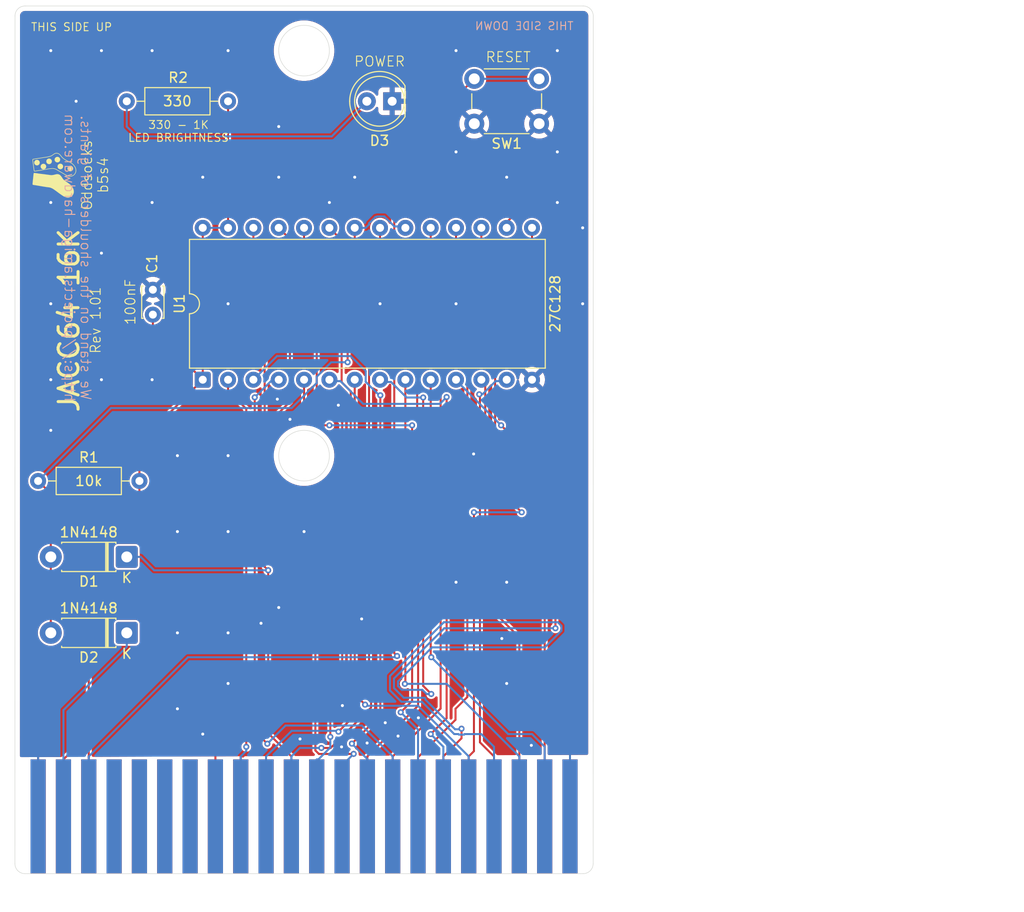
<source format=kicad_pcb>
(kicad_pcb (version 20241229) (generator "pcbnew") (generator_version "9.0")
  (title_block (title "JACC64-16K") (rev "1.01") (company "Oddsocks b5s4"))
  (layers (0 "F.Cu" signal) (2 "B.Cu" signal) (13 "F.Paste" user) (15 "B.Paste" user) (5 "F.SilkS" user "F.Silkscreen") (7 "B.SilkS" user "B.Silkscreen") (1 "F.Mask" user) (3 "B.Mask" user) (25 "Edge.Cuts" user))
  (net 0 "")
  (net 1 "GND")
  (net 2 "VCC")
  (net 3 "Net-(CN1-~{RESET})")
  (net 5 "/A1")
  (net 7 "/D3")
  (net 8 "/D2")
  (net 9 "/A0")
  (net 10 "/A12")
  (net 11 "/A2")
  (net 13 "/A10")
  (net 15 "/D4")
  (net 16 "/D1")
  (net 17 "/A8")
  (net 19 "/D6")
  (net 20 "/A11")
  (net 21 "/A6")
  (net 23 "/A5")
  (net 24 "/A9")
  (net 25 "Net-(CN1-~{ROMH})")
  (net 26 "/D7")
  (net 30 "/D5")
  (net 32 "Net-(CN1-~{ROML})")
  (net 33 "/A7")
  (net 35 "/D0")
  (net 36 "/A3")
  (net 37 "/A4")
  (net 39 "Net-(D1-A)")
  (net 40 "Net-(D3-A)")
  (footprint "Diode_THT:D_DO-41_SOD81_P7.62mm_Horizontal" (layer "F.Cu") (at 124.46 109.22 180)
    (property "Reference" "D1")
    (property "Value" "1N4148")
  )
  (footprint "Button_Switch_THT:SW_PUSH_6mm" (layer "F.Cu") (at 165.81 65.75 180)
    (property "Reference" "SW1")
    (property "Value" "SW_Push")
  )
  (footprint "Resistor_THT:R_Axial_DIN0207_L6.3mm_D2.5mm_P10.16mm_Horizontal" (layer "F.Cu") (at 124.46 63.5)
    (property "Reference" "R2")
    (property "Value" "330")
  )
  (footprint "Capacitor_THT:C_Disc_D3.0mm_W2.0mm_P2.50mm" (layer "F.Cu") (at 127.0758 82.4111 -90)
    (property "Reference" "C1")
    (property "Value" "100nF")
  )
  (footprint "Resistor_THT:R_Axial_DIN0207_L6.3mm_D2.5mm_P10.16mm_Horizontal" (layer "F.Cu") (at 115.57 101.6)
    (property "Reference" "R1")
    (property "Value" "10k")
  )
  (footprint "LED_THT:LED_D5.0mm" (layer "F.Cu") (at 151.075944 63.5 180)
    (property "Reference" "D3")
    (property "Value" "LED")
  )
  (footprint "Diode_THT:D_DO-41_SOD81_P7.62mm_Horizontal" (layer "F.Cu") (at 124.46 116.84 180)
    (property "Reference" "D2")
    (property "Value" "1N4148")
  )
  (footprint "ODDSOCKS:C64 Expansion" (layer "F.Cu") (at 142.24 121.92)
    (property "Reference" "CN1")
    (property "Value" "~")
  )
  (footprint "Package_DIP:DIP-28_W15.24mm" (layer "F.Cu") (at 132.08 91.44 90)
    (property "Reference" "U1")
    (property "Value" "27C128")
  )
  (gr_poly (pts (xy 115.175474 69.642568) (xy 115.176553 69.628381) (xy 115.17833 69.6144) (xy 115.180787 69.600643) (xy 115.183906 69.587127) (xy 115.187671 69.57387) (xy 115.192063 69.560889) (xy 115.197065 69.548203) (xy 115.202659 69.535828) (xy 115.208829 69.523782) (xy 115.215556 69.512083) (xy 115.222822 69.500749) (xy 115.230611 69.489796) (xy 115.238904 69.479242) (xy 115.247685 69.469105) (xy 115.256935 69.459403) (xy 115.266637 69.450153) (xy 115.276774 69.441372) (xy 115.287328 69.433079) (xy 115.298281 69.42529) (xy 115.309615 69.418024) (xy 115.321314 69.411297) (xy 115.33336 69.405127) (xy 115.345735 69.399533) (xy 115.358421 69.394531) (xy 115.371402 69.390139) (xy 115.384659 69.386374) (xy 115.398175 69.383255) (xy 115.411932 69.380798) (xy 115.425913 69.379021) (xy 115.4401 69.377942) (xy 115.454477 69.377579) (xy 115.468853 69.377942) (xy 115.48304 69.379021) (xy 115.497021 69.380798) (xy 115.510779 69.383255) (xy 115.524294 69.386374) (xy 115.537551 69.390139) (xy 115.550532 69.394531) (xy 115.563218 69.399533) (xy 115.575593 69.405127) (xy 115.587639 69.411297) (xy 115.599338 69.418024) (xy 115.610673 69.42529) (xy 115.621626 69.433079) (xy 115.632179 69.441372) (xy 115.642316 69.450153) (xy 115.652018 69.459403) (xy 115.661268 69.469105) (xy 115.670049 69.479242) (xy 115.678342 69.489796) (xy 115.686131 69.500749) (xy 115.693398 69.512083) (xy 115.700124 69.523782) (xy 115.706294 69.535828) (xy 115.711888 69.548203) (xy 115.71689 69.560889) (xy 115.721283 69.57387) (xy 115.725047 69.587127) (xy 115.728167 69.600643) (xy 115.730623 69.6144) (xy 115.7324 69.628381) (xy 115.733479 69.642568) (xy 115.733842 69.656944) (xy 115.733479 69.671321) (xy 115.7324 69.685508) (xy 115.730623 69.699489) (xy 115.728167 69.713246) (xy 115.725047 69.726762) (xy 115.721283 69.740019) (xy 115.71689 69.753) (xy 115.711888 69.765686) (xy 115.706294 69.778061) (xy 115.700124 69.790107) (xy 115.693398 69.801806) (xy 115.686131 69.813141) (xy 115.678342 69.824093) (xy 115.670049 69.834647) (xy 115.661268 69.844784) (xy 115.652018 69.854486) (xy 115.642316 69.863736) (xy 115.632179 69.872517) (xy 115.621626 69.88081) (xy 115.610673 69.888599) (xy 115.599338 69.895866) (xy 115.587639 69.902592) (xy 115.575593 69.908762) (xy 115.563218 69.914356) (xy 115.550532 69.919358) (xy 115.537551 69.923751) (xy 115.524294 69.927515) (xy 115.510779 69.930635) (xy 115.497021 69.933091) (xy 115.48304 69.934868) (xy 115.468853 69.935947) (xy 115.454477 69.93631) (xy 115.4401 69.935947) (xy 115.425913 69.934868) (xy 115.411932 69.933091) (xy 115.398175 69.930635) (xy 115.384659 69.927515) (xy 115.371402 69.923751) (xy 115.358421 69.919358) (xy 115.345735 69.914356) (xy 115.33336 69.908762) (xy 115.321314 69.902592) (xy 115.309615 69.895866) (xy 115.298281 69.888599) (xy 115.287328 69.88081) (xy 115.276774 69.872517) (xy 115.266637 69.863736) (xy 115.256935 69.854486) (xy 115.247685 69.844784) (xy 115.238904 69.834647) (xy 115.230611 69.824093) (xy 115.222822 69.813141) (xy 115.215556 69.801806) (xy 115.208829 69.790107) (xy 115.202659 69.778061) (xy 115.197065 69.765686) (xy 115.192063 69.753) (xy 115.187671 69.740019) (xy 115.183906 69.726762) (xy 115.180787 69.713246) (xy 115.17833 69.699489) (xy 115.176553 69.685508) (xy 115.175474 69.671321) (xy 115.175111 69.656944)) (fill yes) (layer "F.SilkS"))
  (gr_poly (pts (xy 115.032475 69.361329) (xy 115.032475 69.350746) (xy 115.037767 69.345455) (xy 115.037767 69.340163) (xy 115.058934 69.318996) (xy 115.069517 69.318996) (xy 115.074809 69.313705) (xy 115.085392 69.313705) (xy 115.090684 69.308413) (xy 115.122434 69.308413) (xy 115.127725 69.303121) (xy 115.154184 69.303121) (xy 115.159475 69.297829) (xy 115.191225 69.297829) (xy 115.196517 69.292538) (xy 115.222975 69.292538) (xy 115.228267 69.287246) (xy 115.254725 69.287246) (xy 115.260017 69.281954) (xy 115.286475 69.281954) (xy 115.291767 69.276663) (xy 115.323517 69.276663) (xy 115.328809 69.271371) (xy 115.355267 69.271371) (xy 115.360559 69.26608) (xy 115.392309 69.26608) (xy 115.3976 69.260788) (xy 115.424059 69.260788) (xy 115.42935 69.255496) (xy 115.455809 69.255496) (xy 115.4611 69.250205) (xy 115.487559 69.250205) (xy 115.49285 69.244913) (xy 115.519309 69.244913) (xy 115.5246 69.239621) (xy 115.551059 69.239621) (xy 115.55635 69.23433) (xy 115.582809 69.23433) (xy 115.5881 69.229038) (xy 115.61985 69.229038) (xy 115.625142 69.223746) (xy 115.6516 69.223746) (xy 115.656892 69.218454) (xy 115.693934 69.218454) (xy 115.699225 69.213163) (xy 115.730975 69.213163) (xy 115.736267 69.207871) (xy 115.768017 69.207871) (xy 115.773309 69.202579) (xy 115.799767 69.202579) (xy 115.805059 69.197288) (xy 115.831517 69.197288) (xy 115.836809 69.191996) (xy 115.868559 69.191996) (xy 115.87385 69.186705) (xy 115.9056 69.186705) (xy 115.910892 69.181413) (xy 115.93735 69.181413) (xy 115.942642 69.176121) (xy 115.963809 69.176121) (xy 115.9691 69.17083) (xy 115.990267 69.17083) (xy 115.995559 69.165538) (xy 116.022017 69.165538) (xy 116.027309 69.160246) (xy 116.053767 69.160246) (xy 116.059059 69.154955) (xy 116.085517 69.154955) (xy 116.090809 69.149663) (xy 116.122559 69.149663) (xy 116.12785 69.144371) (xy 116.1596 69.144371) (xy 116.164892 69.139079) (xy 116.186059 69.139079) (xy 116.19135 69.133788) (xy 116.2231 69.133788) (xy 116.228392 69.128496) (xy 116.265434 69.128496) (xy 116.270725 69.123204) (xy 116.297184 69.123204) (xy 116.302475 69.117913) (xy 116.339517 69.117913) (xy 116.344809 69.112621) (xy 116.376559 69.112621) (xy 116.38185 69.10733) (xy 116.4136 69.10733) (xy 116.418892 69.102038) (xy 116.450642 69.102038) (xy 116.455934 69.096746) (xy 116.482392 69.096746) (xy 116.487684 69.091455) (xy 116.50885 69.091455) (xy 116.514142 69.086163) (xy 116.535309 69.086163) (xy 116.5406 69.080871) (xy 116.556475 69.080871) (xy 116.561767 69.07558) (xy 116.577642 69.07558) (xy 116.582934 69.070288) (xy 116.598809 69.070288) (xy 116.6041 69.064996) (xy 116.619975 69.064996) (xy 116.625267 69.059704) (xy 116.646434 69.059704) (xy 116.651725 69.054413) (xy 116.6676 69.054413) (xy 116.672892 69.049121) (xy 116.688767 69.049121) (xy 116.694059 69.043829) (xy 116.709934 69.043829) (xy 116.715225 69.038538) (xy 116.736392 69.038538) (xy 116.741684 69.033246) (xy 116.757559 69.033246) (xy 116.76285 69.027955) (xy 116.773434 69.027955) (xy 116.778725 69.022663) (xy 116.789309 69.022663) (xy 116.7946 69.017371) (xy 116.799892 69.017371) (xy 116.805184 69.01208) (xy 116.810475 69.017371) (xy 116.821059 69.006788) (xy 116.82635 69.006788) (xy 116.831642 69.001496) (xy 116.842225 69.001496) (xy 116.847517 68.996205) (xy 116.852809 68.996205) (xy 116.8581 68.990913) (xy 116.863392 68.990913) (xy 116.868684 68.985621) (xy 116.873975 68.985621) (xy 116.879267 68.980329) (xy 116.88985 68.980329) (xy 116.895142 68.975038) (xy 116.900434 68.975038) (xy 116.905725 68.969746) (xy 116.911017 68.969746) (xy 116.916309 68.964454) (xy 116.9216 68.964454) (xy 116.926892 68.959163) (xy 116.932184 68.959163) (xy 116.942767 68.94858) (xy 116.948059 68.94858) (xy 116.958642 68.937996) (xy 116.963933 68.937996) (xy 116.974517 68.927413) (xy 116.979809 68.927413) (xy 116.990392 68.91683) (xy 116.995684 68.91683) (xy 117.011559 68.900954) (xy 117.01685 68.900954) (xy 117.027434 68.890371) (xy 117.032725 68.890371) (xy 117.0486 68.874496) (xy 117.053892 68.874496) (xy 117.064475 68.863913) (xy 117.069767 68.863913) (xy 117.08035 68.85333) (xy 117.085642 68.85333) (xy 117.101517 68.837455) (xy 117.106809 68.837455) (xy 117.117392 68.826871) (xy 117.122683 68.826871) (xy 117.138559 68.810996) (xy 117.14385 68.810996) (xy 117.154434 68.800413) (xy 117.159725 68.800413) (xy 117.170309 68.78983) (xy 117.1756 68.78983) (xy 117.186184 68.779246) (xy 117.191475 68.779246) (xy 117.196767 68.773955) (xy 117.202058 68.773955) (xy 117.20735 68.768663) (xy 117.212642 68.768663) (xy 117.223225 68.75808) (xy 117.233809 68.75808) (xy 117.2391 68.752788) (xy 117.244392 68.752788) (xy 117.249684 68.747496) (xy 117.254975 68.747496) (xy 117.260267 68.742204) (xy 117.265558 68.742204) (xy 117.27085 68.736913) (xy 117.281434 68.736913) (xy 117.286725 68.731621) (xy 117.297309 68.731621) (xy 117.3026 68.726329) (xy 117.318475 68.726329) (xy 117.323767 68.721038) (xy 117.339642 68.721038) (xy 117.344933 68.715746) (xy 117.381975 68.715746) (xy 117.387267 68.710455) (xy 117.445475 68.710455) (xy 117.450767 68.715746) (xy 117.487808 68.715746) (xy 117.4931 68.721038) (xy 117.514267 68.721038) (xy 117.519559 68.726329) (xy 117.535434 68.726329) (xy 117.540725 68.731621) (xy 117.551309 68.731621) (xy 117.5566 68.736913) (xy 117.567183 68.736913) (xy 117.572475 68.742204) (xy 117.577767 68.742204) (xy 117.583058 68.747496) (xy 117.593642 68.747496) (xy 117.598934 68.752788) (xy 117.604225 68.752788) (xy 117.609517 68.75808) (xy 117.614809 68.75808) (xy 117.6201 68.763371) (xy 117.625392 68.763371) (xy 117.630684 68.768663) (xy 117.635975 68.768663) (xy 117.641267 68.773955) (xy 117.646558 68.773955) (xy 117.657142 68.784538) (xy 117.662433 68.784538) (xy 117.673017 68.795121) (xy 117.678309 68.795121) (xy 117.688892 68.805704) (xy 117.694184 68.805704) (xy 117.710059 68.821579) (xy 117.71535 68.821579) (xy 117.815892 68.922121) (xy 117.815892 68.927413) (xy 117.837059 68.94858) (xy 117.837059 68.953871) (xy 117.858225 68.975038) (xy 117.858225 68.980329) (xy 117.8741 68.996205) (xy 117.8741 69.001496) (xy 117.889975 69.017371) (xy 117.889975 69.022663) (xy 117.900558 69.033246) (xy 117.900558 69.038538) (xy 117.932309 69.070288) (xy 117.932309 69.07558) (xy 117.948184 69.091455) (xy 117.948184 69.096746) (xy 118.038142 69.186705) (xy 118.043433 69.186705) (xy 118.069892 69.213163) (xy 118.075184 69.213163) (xy 118.101642 69.239621) (xy 118.106934 69.239621) (xy 118.1281 69.260788) (xy 118.133392 69.260788) (xy 118.149267 69.276663) (xy 118.154559 69.276663) (xy 118.170434 69.292538) (xy 118.175725 69.292538) (xy 118.1916 69.308413) (xy 118.196892 69.308413) (xy 118.207475 69.318996) (xy 118.212767 69.318996) (xy 118.22335 69.32958) (xy 118.228642 69.32958) (xy 118.239225 69.340163) (xy 118.244517 69.340163) (xy 118.249809 69.345455) (xy 118.2551 69.345455) (xy 118.265684 69.356038) (xy 118.270975 69.356038) (xy 118.276267 69.361329) (xy 118.281558 69.361329) (xy 118.28685 69.366621) (xy 118.292142 69.366621) (xy 118.302725 69.377204) (xy 118.308017 69.377204) (xy 118.313309 69.382496) (xy 118.3186 69.382496) (xy 118.329184 69.39308) (xy 118.334475 69.39308) (xy 118.339767 69.398371) (xy 118.345059 69.398371) (xy 118.35035 69.403663) (xy 118.355642 69.403663) (xy 118.366225 69.414246) (xy 118.371517 69.414246) (xy 118.376808 69.419538) (xy 118.3821 69.419538) (xy 118.387392 69.42483) (xy 118.392683 69.42483) (xy 118.397975 69.430121) (xy 118.403267 69.430121) (xy 118.408559 69.435413) (xy 118.41385 69.435413) (xy 118.424434 69.445996) (xy 118.429725 69.445996) (xy 118.435017 69.451288) (xy 118.440308 69.451288) (xy 118.4456 69.456579) (xy 118.450892 69.456579) (xy 118.456183 69.461871) (xy 118.461475 69.461871) (xy 118.472058 69.472455) (xy 118.47735 69.472455) (xy 118.482642 69.477746) (xy 118.487934 69.477746) (xy 118.493225 69.483038) (xy 118.498517 69.483038) (xy 118.503809 69.48833) (xy 118.5091 69.48833) (xy 118.514392 69.493621) (xy 118.519683 69.493621) (xy 118.530267 69.504205) (xy 118.535558 69.504205) (xy 118.54085 69.509496) (xy 118.546142 69.509496) (xy 118.551433 69.514788) (xy 118.556725 69.514788) (xy 118.562017 69.520079) (xy 118.567309 69.520079) (xy 118.5726 69.525371) (xy 118.577892 69.525371) (xy 118.583184 69.530663) (xy 118.588475 69.530663) (xy 118.599058 69.541246) (xy 118.60435 69.541246) (xy 118.609642 69.546538) (xy 118.614933 69.546538) (xy 118.620225 69.551829) (xy 118.625517 69.551829) (xy 118.630808 69.557121) (xy 118.6361 69.557121) (xy 118.641392 69.562413) (xy 118.646684 69.562413) (xy 118.651975 69.567705) (xy 118.657267 69.567705) (xy 118.66785 69.578288) (xy 118.678433 69.578288) (xy 118.689017 69.588871) (xy 118.694308 69.588871) (xy 118.6996 69.594163) (xy 118.704892 69.594163) (xy 118.710183 69.599454) (xy 118.715475 69.599454) (xy 118.720767 69.604746) (xy 118.726059 69.604746) (xy 118.73135 69.610038) (xy 118.736642 69.610038) (xy 118.741934 69.615329) (xy 118.747225 69.615329) (xy 118.752517 69.620621) (xy 118.757808 69.620621) (xy 118.7631 69.625913) (xy 118.768392 69.625913) (xy 118.778975 69.636496) (xy 118.784267 69.636496) (xy 118.789558 69.641788) (xy 118.79485 69.641788) (xy 118.800142 69.64708) (xy 118.805434 69.64708) (xy 118.810725 69.652371) (xy 118.816017 69.652371) (xy 118.821309 69.657663) (xy 118.8266 69.657663) (xy 118.837183 69.668246) (xy 118.842475 69.668246) (xy 118.847767 69.673538) (xy 118.853058 69.673538) (xy 118.85835 69.678829) (xy 118.863642 69.678829) (xy 118.874225 69.689413) (xy 118.879517 69.689413) (xy 118.884809 69.694704) (xy 118.8901 69.694704) (xy 118.900684 69.705288) (xy 118.905975 69.705288) (xy 118.916558 69.715871) (xy 118.92185 69.715871) (xy 118.927142 69.721163) (xy 118.932433 69.721163) (xy 118.943017 69.731746) (xy 118.948308 69.731746) (xy 118.958892 69.74233) (xy 118.964184 69.74233) (xy 118.980059 69.758204) (xy 118.98535 69.758204) (xy 119.001225 69.774079) (xy 119.006517 69.774079) (xy 119.027683 69.795246) (xy 119.032975 69.795246) (xy 119.101767 69.864038) (xy 119.101767 69.869329) (xy 119.1441 69.911663) (xy 119.1441 69.916954) (xy 119.165267 69.938121) (xy 119.165267 69.943413) (xy 119.181142 69.959288) (xy 119.181142 69.96458) (xy 119.197017 69.980455) (xy 119.197017 69.985746) (xy 119.212892 70.001621) (xy 119.212892 70.006913) (xy 119.223475 70.017496) (xy 119.223475 70.022788) (xy 119.234058 70.033371) (xy 119.234058 70.038663) (xy 119.244642 70.049246) (xy 119.244642 70.054538) (xy 119.255225 70.065121) (xy 119.255225 70.070413) (xy 119.265808 70.080996) (xy 119.265808 70.086288) (xy 119.2711 70.091579) (xy 119.2711 70.096871) (xy 119.276392 70.102163) (xy 119.276392 70.107454) (xy 119.281684 70.112746) (xy 119.281684 70.118038) (xy 119.286975 70.12333) (xy 119.286975 70.128621) (xy 119.292267 70.133913) (xy 119.292267 70.139205) (xy 119.297559 70.144496) (xy 119.297559 70.149788) (xy 119.30285 70.155079) (xy 119.30285 70.160371) (xy 119.308142 70.165663) (xy 119.308142 70.176246) (xy 119.313433 70.181538) (xy 119.313433 70.186829) (xy 119.318725 70.192121) (xy 119.318725 70.202705) (xy 119.324017 70.207996) (xy 119.324017 70.21858) (xy 119.329308 70.223871) (xy 119.329308 70.234454) (xy 119.3346 70.239746) (xy 119.3346 70.255621) (xy 119.339892 70.260913) (xy 119.339892 70.276788) (xy 119.345183 70.28208) (xy 119.345183 70.297955) (xy 119.350475 70.303246) (xy 119.350475 70.324413) (xy 119.355767 70.329704) (xy 119.355767 70.361455) (xy 119.361059 70.366746) (xy 119.361059 70.424954) (xy 119.36635 70.430246) (xy 119.36635 70.467288) (xy 119.361059 70.472579) (xy 119.361059 70.530788) (xy 119.355767 70.53608) (xy 119.355767 70.557246) (xy 119.350475 70.562538) (xy 119.350475 70.583704) (xy 119.345183 70.588996) (xy 119.345183 70.604871) (xy 119.339892 70.610163) (xy 119.339892 70.620746) (xy 119.3346 70.626038) (xy 119.3346 70.636621) (xy 119.329308 70.641913) (xy 119.329308 70.652496) (xy 119.324017 70.657788) (xy 119.324017 70.66308) (xy 119.318725 70.668371) (xy 119.318725 70.673663) (xy 119.313433 70.678954) (xy 119.313433 70.684246) (xy 119.308142 70.689538) (xy 119.308142 70.694829) (xy 119.30285 70.700121) (xy 119.30285 70.705413) (xy 119.297559 70.710704) (xy 119.297559 70.715996) (xy 119.292267 70.721288) (xy 119.292267 70.726579) (xy 119.286975 70.731871) (xy 119.286975 70.737163) (xy 119.281684 70.742455) (xy 119.281684 70.747746) (xy 119.2711 70.758329) (xy 119.2711 70.763621) (xy 119.260517 70.774204) (xy 119.260517 70.779496) (xy 119.249933 70.790079) (xy 119.249933 70.795371) (xy 119.234058 70.811246) (xy 119.234058 70.816538) (xy 119.212892 70.837704) (xy 119.212892 70.842996) (xy 119.170558 70.885329) (xy 119.165267 70.885329) (xy 119.138809 70.911788) (xy 119.133517 70.911788) (xy 119.117642 70.927663) (xy 119.11235 70.927663) (xy 119.101767 70.938246) (xy 119.096475 70.938246) (xy 119.085892 70.948829) (xy 119.0806 70.948829) (xy 119.075308 70.954121) (xy 119.070017 70.954121) (xy 119.064725 70.959413) (xy 119.059434 70.959413) (xy 119.054142 70.964704) (xy 119.04885 70.964704) (xy 119.043559 70.969996) (xy 119.038267 70.969996) (xy 119.032975 70.975288) (xy 119.027683 70.975288) (xy 119.022392 70.980579) (xy 119.0171 70.980579) (xy 119.011808 70.985871) (xy 119.001225 70.985871) (xy 118.995933 70.991163) (xy 118.990642 70.991163) (xy 118.98535 70.996454) (xy 118.974767 70.996454) (xy 118.969475 71.001746) (xy 118.958892 71.001746) (xy 118.9536 71.007038) (xy 118.937725 71.007038) (xy 118.932433 71.012329) (xy 118.916558 71.012329) (xy 118.911267 71.017621) (xy 118.8901 71.017621) (xy 118.884809 71.022913) (xy 118.853058 71.022913) (xy 118.847767 71.028204) (xy 118.720767 71.028204) (xy 118.715475 71.022913) (xy 118.683725 71.022913) (xy 118.678433 71.017621) (xy 118.657267 71.017621) (xy 118.651975 71.012329) (xy 118.6361 71.012329) (xy 118.630808 71.007038) (xy 118.614933 71.007038) (xy 118.609642 71.001746) (xy 118.599058 71.001746) (xy 118.593767 70.996454) (xy 118.577892 70.996454) (xy 118.5726 70.991163) (xy 118.567309 70.991163) (xy 118.562017 70.985871) (xy 118.551433 70.985871) (xy 118.546142 70.980579) (xy 118.535558 70.980579) (xy 118.530267 70.975288) (xy 118.519683 70.975288) (xy 118.514392 70.969996) (xy 118.503809 70.969996) (xy 118.498517 70.964704) (xy 118.493225 70.964704) (xy 118.487934 70.959413) (xy 118.482642 70.959413) (xy 118.47735 70.954121) (xy 118.466767 70.954121) (xy 118.461475 70.948829) (xy 118.456183 70.948829) (xy 118.450892 70.943538) (xy 118.4456 70.943538) (xy 118.440308 70.938246) (xy 118.435017 70.938246) (xy 118.429725 70.932954) (xy 118.419142 70.932954) (xy 118.41385 70.927663) (xy 118.408559 70.927663) (xy 118.403267 70.922371) (xy 118.397975 70.922371) (xy 118.392683 70.917079) (xy 118.387392 70.917079) (xy 118.3821 70.911788) (xy 118.376808 70.911788) (xy 118.366225 70.901205) (xy 118.360933 70.901205) (xy 118.355642 70.895913) (xy 118.35035 70.895913) (xy 118.345059 70.890621) (xy 118.339767 70.890621) (xy 118.334475 70.885329) (xy 118.329184 70.885329) (xy 118.323892 70.880038) (xy 118.3186 70.880038) (xy 118.313309 70.874746) (xy 118.308017 70.874746) (xy 118.302725 70.869454) (xy 118.297433 70.869454) (xy 118.292142 70.864163) (xy 118.28685 70.864163) (xy 118.276267 70.853579) (xy 118.265684 70.853579) (xy 118.2551 70.842996) (xy 118.249809 70.842996) (xy 118.244517 70.837704) (xy 118.239225 70.837704) (xy 118.233934 70.832413) (xy 118.228642 70.832413) (xy 118.218058 70.82183) (xy 118.212767 70.82183) (xy 118.207475 70.816538) (xy 118.202183 70.816538) (xy 118.196892 70.811246) (xy 118.1916 70.811246) (xy 118.186309 70.805954) (xy 118.181017 70.805954) (xy 118.170434 70.795371) (xy 118.165142 70.795371) (xy 118.154559 70.784788) (xy 118.149267 70.784788) (xy 118.143975 70.779496) (xy 118.138683 70.779496) (xy 118.1281 70.768913) (xy 118.122808 70.768913) (xy 118.117517 70.763621) (xy 118.112225 70.763621) (xy 118.101642 70.753038) (xy 118.09635 70.753038) (xy 118.091059 70.747746) (xy 118.085767 70.747746) (xy 118.075184 70.737163) (xy 118.069892 70.737163) (xy 118.0646 70.731871) (xy 118.059308 70.731871) (xy 118.054017 70.726579) (xy 118.048725 70.726579) (xy 118.038142 70.715996) (xy 118.03285 70.715996) (xy 118.027559 70.710704) (xy 118.022267 70.710704) (xy 118.011684 70.700121) (xy 118.006392 70.700121) (xy 118.0011 70.694829) (xy 117.995809 70.694829) (xy 117.985225 70.684246) (xy 117.979933 70.684246) (xy 117.974642 70.678954) (xy 117.96935 70.678954) (xy 117.958767 70.668371) (xy 117.953475 70.668371) (xy 117.948184 70.66308) (xy 117.942892 70.66308) (xy 117.932309 70.652496) (xy 117.927017 70.652496) (xy 117.921725 70.647204) (xy 117.916434 70.647204) (xy 117.911142 70.641913) (xy 117.90585 70.641913) (xy 117.895267 70.631329) (xy 117.889975 70.631329) (xy 117.879392 70.620746) (xy 117.8741 70.620746) (xy 117.863517 70.610163) (xy 117.852934 70.610163) (xy 117.84235 70.59958) (xy 117.837059 70.59958) (xy 117.831767 70.594288) (xy 117.826475 70.594288) (xy 117.815892 70.583704) (xy 117.8106 70.583704) (xy 117.805308 70.578413) (xy 117.800017 70.578413) (xy 117.794725 70.573121) (xy 117.789434 70.573121) (xy 117.784142 70.567829) (xy 117.77885 70.567829) (xy 117.768267 70.557246) (xy 117.762975 70.557246) (xy 117.757684 70.551954) (xy 117.752392 70.551954) (xy 117.7471 70.546663) (xy 117.741808 70.546663) (xy 117.731225 70.53608) (xy 117.725933 70.53608) (xy 117.720642 70.530788) (xy 117.71535 70.530788) (xy 117.710059 70.525496) (xy 117.704767 70.525496) (xy 117.694184 70.514913) (xy 117.688892 70.514913) (xy 117.6836 70.509621) (xy 117.678309 70.509621) (xy 117.673017 70.504329) (xy 117.667725 70.504329) (xy 117.657142 70.493746) (xy 117.65185 70.493746) (xy 117.646558 70.488454) (xy 117.641267 70.488454) (xy 117.635975 70.483163) (xy 117.630684 70.483163) (xy 117.6201 70.472579) (xy 117.614809 70.472579) (xy 117.609517 70.467288) (xy 117.604225 70.467288) (xy 117.598934 70.461996) (xy 117.593642 70.461996) (xy 117.583058 70.451413) (xy 117.577767 70.451413) (xy 117.572475 70.446121) (xy 117.567183 70.446121) (xy 117.5566 70.435538) (xy 117.551309 70.435538) (xy 117.546017 70.430246) (xy 117.540725 70.430246) (xy 117.535434 70.424954) (xy 117.530142 70.424954) (xy 117.519559 70.414371) (xy 117.514267 70.414371) (xy 117.508975 70.409079) (xy 117.503683 70.409079) (xy 117.4931 70.398496) (xy 117.487808 70.398496) (xy 117.477225 70.387913) (xy 117.471934 70.387913) (xy 117.466642 70.382621) (xy 117.46135 70.382621) (xy 117.450767 70.372038) (xy 117.445475 70.372038) (xy 117.440184 70.366746) (xy 117.434892 70.366746) (xy 117.424308 70.356163) (xy 117.419017 70.356163) (xy 117.413725 70.350871) (xy 117.408433 70.350871) (xy 117.392559 70.334996) (xy 117.381975 70.334996) (xy 117.376684 70.329704) (xy 117.371392 70.329704) (xy 117.360809 70.319121) (xy 117.355517 70.319121) (xy 117.350225 70.313829) (xy 117.344933 70.313829) (xy 117.339642 70.308538) (xy 117.329058 70.308538) (xy 117.323767 70.303246) (xy 117.313184 70.303246) (xy 117.307892 70.297955) (xy 117.297309 70.297955) (xy 117.292017 70.292663) (xy 117.281434 70.292663) (xy 117.276142 70.287371) (xy 117.265558 70.287371) (xy 117.260267 70.28208) (xy 117.249684 70.28208) (xy 117.244392 70.276788) (xy 117.228517 70.276788) (xy 117.223225 70.271496) (xy 117.20735 70.271496) (xy 117.202058 70.266204) (xy 117.186184 70.266204) (xy 117.180892 70.260913) (xy 117.159725 70.260913) (xy 117.154434 70.255621) (xy 117.127975 70.255621) (xy 117.122683 70.250329) (xy 117.08035 70.250329) (xy 117.075059 70.245038) (xy 116.969225 70.245038) (xy 116.963933 70.250329) (xy 116.905725 70.250329) (xy 116.900434 70.255621) (xy 116.863392 70.255621) (xy 116.8581 70.260913) (xy 116.852809 70.255621) (xy 116.847517 70.260913) (xy 116.799892 70.260913) (xy 116.7946 70.266204) (xy 116.789309 70.266204) (xy 116.784017 70.260913) (xy 116.778725 70.266204) (xy 116.720517 70.266204) (xy 116.715225 70.271496) (xy 116.672892 70.271496) (xy 116.6676 70.276788) (xy 116.641142 70.276788) (xy 116.63585 70.28208) (xy 116.609392 70.28208) (xy 116.6041 70.287371) (xy 116.582934 70.287371) (xy 116.577642 70.292663) (xy 116.556475 70.292663) (xy 116.551184 70.297955) (xy 116.530017 70.297955) (xy 116.524725 70.303246) (xy 116.498267 70.303246) (xy 116.492975 70.308538) (xy 116.466517 70.308538) (xy 116.461225 70.313829) (xy 116.434767 70.313829) (xy 116.429475 70.319121) (xy 116.408309 70.319121) (xy 116.403017 70.324413) (xy 116.38185 70.324413) (xy 116.376559 70.329704) (xy 116.3501 70.329704) (xy 116.344809 70.334996) (xy 116.323642 70.334996) (xy 116.31835 70.340288) (xy 116.291892 70.340288) (xy 116.2866 70.345579) (xy 116.25485 70.345579) (xy 116.249559 70.350871) (xy 116.2231 70.350871) (xy 116.217809 70.356163) (xy 116.186059 70.356163) (xy 116.180767 70.361455) (xy 116.1596 70.361455) (xy 116.154309 70.366746) (xy 116.133142 70.366746) (xy 116.12785 70.372038) (xy 116.101392 70.372038) (xy 116.0961 70.37733) (xy 116.074934 70.37733) (xy 116.069642 70.382621) (xy 116.043184 70.382621) (xy 116.037892 70.387913) (xy 116.016725 70.387913) (xy 116.011434 70.393204) (xy 115.984975 70.393204) (xy 115.979684 70.398496) (xy 115.953225 70.398496) (xy 115.947934 70.403788) (xy 115.926767 70.403788) (xy 115.921475 70.409079) (xy 115.895017 70.409079) (xy 115.889725 70.414371) (xy 115.863267 70.414371) (xy 115.857975 70.419663) (xy 115.831517 70.419663) (xy 115.826225 70.424954) (xy 115.799767 70.424954) (xy 115.794475 70.430246) (xy 115.768017 70.430246) (xy 115.762725 70.435538) (xy 115.730975 70.435538) (xy 115.725684 70.44083) (xy 115.693934 70.44083) (xy 115.688642 70.446121) (xy 115.641017 70.446121) (xy 115.635725 70.451413) (xy 115.609267 70.451413) (xy 115.603975 70.456705) (xy 115.577517 70.456705) (xy 115.572225 70.461996) (xy 115.545767 70.461996) (xy 115.540475 70.467288) (xy 115.514017 70.467288) (xy 115.508725 70.472579) (xy 115.482267 70.472579) (xy 115.476975 70.477871) (xy 115.450517 70.477871) (xy 115.445225 70.483163) (xy 115.418767 70.483163) (xy 115.413475 70.488454) (xy 115.387017 70.488454) (xy 115.381725 70.493746) (xy 115.355267 70.493746) (xy 115.349975 70.499038) (xy 115.318225 70.499038) (xy 115.312934 70.504329) (xy 115.286475 70.504329) (xy 115.281184 70.509621) (xy 115.254725 70.509621) (xy 115.249434 70.514913) (xy 115.217684 70.514913) (xy 115.212392 70.509621) (xy 115.2071 70.509621) (xy 115.201809 70.504329) (xy 115.196517 70.504329) (xy 115.180642 70.488454) (xy 115.180642 70.483163) (xy 115.17535 70.477871) (xy 115.17535 70.472579) (xy 115.170059 70.467288) (xy 115.170059 70.451413) (xy 115.164767 70.446121) (xy 115.164767 70.414371) (xy 115.159475 70.409079) (xy 115.159475 70.37733) (xy 115.154184 70.372038) (xy 115.154184 70.340288) (xy 115.148892 70.334996) (xy 115.148892 70.297955) (xy 115.1436 70.292663) (xy 115.1436 70.260913) (xy 115.138309 70.255621) (xy 115.138309 70.223871) (xy 115.133017 70.21858) (xy 115.133017 70.181538) (xy 115.127725 70.176246) (xy 115.127725 70.139205) (xy 115.122434 70.133913) (xy 115.122434 70.102163) (xy 115.117142 70.096871) (xy 115.117142 70.054538) (xy 115.11185 70.049246) (xy 115.11185 70.017496) (xy 115.106559 70.012204) (xy 115.106559 69.975163) (xy 115.101267 69.969871) (xy 115.101267 69.932829) (xy 115.095975 69.927538) (xy 115.095975 69.895788) (xy 115.090684 69.890496) (xy 115.090684 69.858746) (xy 115.085392 69.853454) (xy 115.085392 69.816413) (xy 115.0801 69.811121) (xy 115.0801 69.779371) (xy 115.074809 69.774079) (xy 115.074809 69.737038) (xy 115.069517 69.731746) (xy 115.069517 69.699996) (xy 115.064225 69.694704) (xy 115.064225 69.662955) (xy 115.058934 69.657663) (xy 115.058934 69.625913) (xy 115.053642 69.620621) (xy 115.053642 69.588871) (xy 115.04835 69.58358) (xy 115.04835 69.541246) (xy 115.043059 69.535954) (xy 115.043059 69.498913) (xy 115.037767 69.493621) (xy 115.037767 69.456579) (xy 115.032475 69.451288) (xy 115.032475 69.414246) (xy 115.027184 69.408955) (xy 115.027184 69.366621)) (stroke (width 0.052916)) (fill no) (layer "F.SilkS"))
  (gr_poly (pts (xy 116.391146 69.516465) (xy 116.392225 69.502277) (xy 116.394001 69.488296) (xy 116.396458 69.474539) (xy 116.399577 69.461023) (xy 116.403342 69.447766) (xy 116.407734 69.434786) (xy 116.412736 69.422099) (xy 116.418331 69.409724) (xy 116.4245 69.397679) (xy 116.431227 69.38598) (xy 116.438494 69.374645) (xy 116.446282 69.363692) (xy 116.454576 69.353138) (xy 116.463356 69.343002) (xy 116.472607 69.333299) (xy 116.482309 69.324049) (xy 116.492445 69.315269) (xy 116.502999 69.306975) (xy 116.513952 69.299186) (xy 116.525287 69.29192) (xy 116.536986 69.285193) (xy 116.549031 69.279024) (xy 116.561406 69.273429) (xy 116.574093 69.268427) (xy 116.587073 69.264035) (xy 116.60033 69.26027) (xy 116.613846 69.257151) (xy 116.627603 69.254694) (xy 116.641584 69.252917) (xy 116.655772 69.251839) (xy 116.670148 69.251475) (xy 116.684524 69.251839) (xy 116.698711 69.252917) (xy 116.712693 69.254694) (xy 116.72645 69.257151) (xy 116.739966 69.26027) (xy 116.753223 69.264035) (xy 116.766203 69.268427) (xy 116.77889 69.273429) (xy 116.791264 69.279024) (xy 116.80331 69.285193) (xy 116.815009 69.29192) (xy 116.826344 69.299186) (xy 116.837297 69.306975) (xy 116.84785 69.315269) (xy 116.857987 69.324049) (xy 116.867689 69.333299) (xy 116.876939 69.343002) (xy 116.88572 69.353138) (xy 116.894013 69.363692) (xy 116.901802 69.374645) (xy 116.909069 69.38598) (xy 116.915796 69.397679) (xy 116.921965 69.409724) (xy 116.92756 69.422099) (xy 116.932562 69.434786) (xy 116.936954 69.447766) (xy 116.940718 69.461023) (xy 116.943838 69.474539) (xy 116.946295 69.488296) (xy 116.948071 69.502277) (xy 116.94915 69.516465) (xy 116.949514 69.530841) (xy 116.94915 69.545217) (xy 116.948071 69.559404) (xy 116.946295 69.573386) (xy 116.943838 69.587143) (xy 116.940718 69.600659) (xy 116.936954 69.613916) (xy 116.932562 69.626896) (xy 116.92756 69.639583) (xy 116.921965 69.651957) (xy 116.915796 69.664003) (xy 116.909069 69.675702) (xy 116.901802 69.687037) (xy 116.894013 69.69799) (xy 116.88572 69.708543) (xy 116.876939 69.71868) (xy 116.867689 69.728382) (xy 116.857987 69.737632) (xy 116.84785 69.746413) (xy 116.837297 69.754706) (xy 116.826344 69.762495) (xy 116.815009 69.769762) (xy 116.80331 69.776489) (xy 116.791264 69.782658) (xy 116.77889 69.788253) (xy 116.766203 69.793255) (xy 116.753223 69.797647) (xy 116.739966 69.801411) (xy 116.72645 69.804531) (xy 116.712693 69.806988) (xy 116.698711 69.808764) (xy 116.684524 69.809843) (xy 116.670148 69.810206) (xy 116.655772 69.809843) (xy 116.641584 69.808764) (xy 116.627603 69.806988) (xy 116.613846 69.804531) (xy 116.60033 69.801411) (xy 116.587073 69.797647) (xy 116.574093 69.793255) (xy 116.561406 69.788253) (xy 116.549031 69.782658) (xy 116.536986 69.776489) (xy 116.525287 69.769762) (xy 116.513952 69.762495) (xy 116.502999 69.754706) (xy 116.492445 69.746413) (xy 116.482309 69.737632) (xy 116.472607 69.728382) (xy 116.463356 69.71868) (xy 116.454576 69.708543) (xy 116.446282 69.69799) (xy 116.438494 69.687037) (xy 116.431227 69.675702) (xy 116.4245 69.664003) (xy 116.418331 69.651957) (xy 116.412736 69.639583) (xy 116.407734 69.626896) (xy 116.403342 69.613916) (xy 116.399577 69.600659) (xy 116.396458 69.587143) (xy 116.394001 69.573386) (xy 116.392225 69.559404) (xy 116.391146 69.545217) (xy 116.390782 69.530841)) (fill yes) (layer "F.SilkS"))
  (gr_poly (pts (xy 118.521121 70.236807) (xy 118.5222 70.222619) (xy 118.523977 70.208638) (xy 118.526433 70.194881) (xy 118.529553 70.181365) (xy 118.533317 70.168108) (xy 118.53771 70.155127) (xy 118.542712 70.142441) (xy 118.548306 70.130066) (xy 118.554476 70.118021) (xy 118.561202 70.106322) (xy 118.568469 70.094987) (xy 118.576258 70.084034) (xy 118.584551 70.07348) (xy 118.593332 70.063344) (xy 118.602582 70.053641) (xy 118.612284 70.044391) (xy 118.622421 70.035611) (xy 118.632974 70.027317) (xy 118.643927 70.019528) (xy 118.655262 70.012262) (xy 118.666961 70.005535) (xy 118.679007 69.999366) (xy 118.691382 69.993771) (xy 118.704068 69.988769) (xy 118.717049 69.984377) (xy 118.730306 69.980612) (xy 118.743822 69.977493) (xy 118.757579 69.975036) (xy 118.77156 69.97326) (xy 118.785747 69.972181) (xy 118.800124 69.971817) (xy 118.8145 69.972181) (xy 118.828687 69.97326) (xy 118.842668 69.975036) (xy 118.856425 69.977493) (xy 118.869941 69.980612) (xy 118.883198 69.984377) (xy 118.896179 69.988769) (xy 118.908865 69.993771) (xy 118.92124 69.999366) (xy 118.933286 70.005535) (xy 118.944985 70.012262) (xy 118.956319 70.019528) (xy 118.967272 70.027317) (xy 118.977826 70.035611) (xy 118.987963 70.044391) (xy 118.997665 70.053641) (xy 119.006915 70.063344) (xy 119.015696 70.07348) (xy 119.023989 70.084034) (xy 119.031778 70.094987) (xy 119.039044 70.106322) (xy 119.045771 70.118021) (xy 119.051941 70.130066) (xy 119.057535 70.142441) (xy 119.062537 70.155127) (xy 119.066929 70.168108) (xy 119.070694 70.181365) (xy 119.073813 70.194881) (xy 119.07627 70.208638) (xy 119.078047 70.222619) (xy 119.079126 70.236807) (xy 119.079489 70.251183) (xy 119.079126 70.265559) (xy 119.078047 70.279746) (xy 119.07627 70.293727) (xy 119.073813 70.307485) (xy 119.070694 70.321001) (xy 119.066929 70.334258) (xy 119.062537 70.347238) (xy 119.057535 70.359925) (xy 119.051941 70.372299) (xy 119.045771 70.384345) (xy 119.039044 70.396044) (xy 119.031778 70.407379) (xy 119.023989 70.418332) (xy 119.015696 70.428885) (xy 119.006915 70.439022) (xy 118.997665 70.448724) (xy 118.987963 70.457974) (xy 118.977826 70.466755) (xy 118.967272 70.475048) (xy 118.956319 70.482837) (xy 118.944985 70.490104) (xy 118.933286 70.496831) (xy 118.92124 70.503) (xy 118.908865 70.508595) (xy 118.896179 70.513597) (xy 118.883198 70.517989) (xy 118.869941 70.521753) (xy 118.856425 70.524873) (xy 118.842668 70.52733) (xy 118.828687 70.529106) (xy 118.8145 70.530185) (xy 118.800124 70.530549) (xy 118.785747 70.530185) (xy 118.77156 70.529106) (xy 118.757579 70.52733) (xy 118.743822 70.524873) (xy 118.730306 70.521753) (xy 118.717049 70.517989) (xy 118.704068 70.513597) (xy 118.691382 70.508595) (xy 118.679007 70.503) (xy 118.666961 70.496831) (xy 118.655262 70.490104) (xy 118.643927 70.482837) (xy 118.632974 70.475048) (xy 118.622421 70.466755) (xy 118.612284 70.457974) (xy 118.602582 70.448724) (xy 118.593332 70.439022) (xy 118.584551 70.428885) (xy 118.576258 70.418332) (xy 118.568469 70.407379) (xy 118.561202 70.396044) (xy 118.554476 70.384345) (xy 118.548306 70.372299) (xy 118.542712 70.359925) (xy 118.53771 70.347238) (xy 118.533317 70.334258) (xy 118.529553 70.321001) (xy 118.526433 70.307485) (xy 118.523977 70.293727) (xy 118.5222 70.279746) (xy 118.521121 70.265559) (xy 118.520758 70.251183)) (fill yes) (layer "F.SilkS"))
  (gr_poly (pts (xy 117.519064 70.028963) (xy 117.520143 70.014776) (xy 117.521919 70.000794) (xy 117.524376 69.987037) (xy 117.527496 69.973521) (xy 117.53126 69.960264) (xy 117.535652 69.947284) (xy 117.540654 69.934597) (xy 117.546249 69.922223) (xy 117.552418 69.910177) (xy 117.559145 69.898478) (xy 117.566412 69.887143) (xy 117.574201 69.87619) (xy 117.582494 69.865637) (xy 117.591275 69.8555) (xy 117.600525 69.845798) (xy 117.610227 69.836548) (xy 117.620364 69.827767) (xy 117.630917 69.819474) (xy 117.64187 69.811685) (xy 117.653205 69.804418) (xy 117.664904 69.797691) (xy 117.67695 69.791522) (xy 117.689324 69.785927) (xy 117.702011 69.780925) (xy 117.714991 69.776533) (xy 117.728248 69.772769) (xy 117.741764 69.769649) (xy 117.755521 69.767192) (xy 117.769503 69.765416) (xy 117.78369 69.764337) (xy 117.798066 69.763974) (xy 117.812442 69.764337) (xy 117.82663 69.765416) (xy 117.840611 69.767192) (xy 117.854368 69.769649) (xy 117.867884 69.772769) (xy 117.881141 69.776533) (xy 117.894121 69.780925) (xy 117.906808 69.785927) (xy 117.919183 69.791522) (xy 117.931228 69.797691) (xy 117.942927 69.804418) (xy 117.954262 69.811685) (xy 117.965215 69.819474) (xy 117.975769 69.827767) (xy 117.985905 69.836548) (xy 117.995607 69.845798) (xy 118.004858 69.8555) (xy 118.013638 69.865637) (xy 118.021932 69.87619) (xy 118.02972 69.887143) (xy 118.036987 69.898478) (xy 118.043714 69.910177) (xy 118.049883 69.922223) (xy 118.055478 69.934597) (xy 118.06048 69.947284) (xy 118.064872 69.960264) (xy 118.068637 69.973521) (xy 118.071756 69.987037) (xy 118.074213 70.000794) (xy 118.07599 70.014776) (xy 118.077068 70.028963) (xy 118.077432 70.043339) (xy 118.077068 70.057715) (xy 118.07599 70.071903) (xy 118.074213 70.085884) (xy 118.071756 70.099641) (xy 118.068637 70.113157) (xy 118.064872 70.126414) (xy 118.06048 70.139394) (xy 118.055478 70.152081) (xy 118.049883 70.164456) (xy 118.043714 70.176501) (xy 118.036987 70.1882) (xy 118.02972 70.199535) (xy 118.021932 70.210488) (xy 118.013638 70.221042) (xy 118.004858 70.231178) (xy 117.995607 70.240881) (xy 117.985905 70.250131) (xy 117.975769 70.258911) (xy 117.965215 70.267205) (xy 117.954262 70.274994) (xy 117.942927 70.28226) (xy 117.931228 70.288987) (xy 117.919183 70.295156) (xy 117.906808 70.300751) (xy 117.894121 70.305753) (xy 117.881141 70.310145) (xy 117.867884 70.31391) (xy 117.854368 70.317029) (xy 117.840611 70.319486) (xy 117.82663 70.321263) (xy 117.812442 70.322341) (xy 117.798066 70.322705) (xy 117.78369 70.322341) (xy 117.769503 70.321263) (xy 117.755521 70.319486) (xy 117.741764 70.317029) (xy 117.728248 70.31391) (xy 117.714991 70.310145) (xy 117.702011 70.305753) (xy 117.689324 70.300751) (xy 117.67695 70.295156) (xy 117.664904 70.288987) (xy 117.653205 70.28226) (xy 117.64187 70.274994) (xy 117.630917 70.267205) (xy 117.620364 70.258911) (xy 117.610227 70.250131) (xy 117.600525 70.240881) (xy 117.591275 70.231178) (xy 117.582494 70.221042) (xy 117.574201 70.210488) (xy 117.566412 70.199535) (xy 117.559145 70.1882) (xy 117.552418 70.176501) (xy 117.546249 70.164456) (xy 117.540654 70.152081) (xy 117.535652 70.139394) (xy 117.53126 70.126414) (xy 117.527496 70.113157) (xy 117.524376 70.099641) (xy 117.521919 70.085884) (xy 117.520143 70.071903) (xy 117.519064 70.057715) (xy 117.5187 70.043339)) (fill yes) (layer "F.SilkS"))
  (gr_poly (pts (xy 115.0166 71.763746) (xy 115.0166 71.721413) (xy 115.021892 71.716121) (xy 115.021892 71.663204) (xy 115.027184 71.657913) (xy 115.027184 71.610288) (xy 115.032475 71.604996) (xy 115.032475 71.562663) (xy 115.037767 71.557371) (xy 115.037767 71.509746) (xy 115.043059 71.504454) (xy 115.043059 71.456829) (xy 115.04835 71.451538) (xy 115.04835 71.403913) (xy 115.053642 71.398621) (xy 115.053642 71.350996) (xy 115.058934 71.345704) (xy 115.058934 71.303371) (xy 115.064225 71.298079) (xy 115.064225 71.255746) (xy 115.069517 71.250454) (xy 115.069517 71.197538) (xy 115.074809 71.192246) (xy 115.074809 71.149913) (xy 115.0801 71.144621) (xy 115.0801 71.096996) (xy 115.085392 71.091704) (xy 115.085392 71.049371) (xy 115.090684 71.044079) (xy 115.090684 70.996454) (xy 115.095975 70.991163) (xy 115.095975 70.948829) (xy 115.101267 70.943538) (xy 115.101267 70.895913) (xy 115.106559 70.890621) (xy 115.106559 70.842996) (xy 115.11185 70.837704) (xy 115.11185 70.795371) (xy 115.117142 70.790079) (xy 115.117142 70.753038) (xy 115.122434 70.747746) (xy 115.122434 70.737163) (xy 115.127725 70.731871) (xy 115.127725 70.726579) (xy 115.148892 70.705413) (xy 115.154184 70.705413) (xy 115.159475 70.700121) (xy 115.164767 70.700121) (xy 115.170059 70.694829) (xy 115.228267 70.694829) (xy 115.233559 70.700121) (xy 115.265309 70.700121) (xy 115.2706 70.705413) (xy 115.30235 70.705413) (xy 115.307642 70.710704) (xy 115.339392 70.710704) (xy 115.344684 70.715996) (xy 115.376434 70.715996) (xy 115.381725 70.721288) (xy 115.413475 70.721288) (xy 115.418767 70.726579) (xy 115.450517 70.726579) (xy 115.455809 70.731871) (xy 115.487559 70.731871) (xy 115.49285 70.737163) (xy 115.5246 70.737163) (xy 115.529892 70.742455) (xy 115.55635 70.742455) (xy 115.561642 70.747746) (xy 115.593392 70.747746) (xy 115.598684 70.753038) (xy 115.61985 70.753038) (xy 115.625142 70.758329) (xy 115.662184 70.758329) (xy 115.667475 70.763621) (xy 115.699225 70.763621) (xy 115.704517 70.768913) (xy 115.736267 70.768913) (xy 115.741559 70.774204) (xy 115.773309 70.774204) (xy 115.7786 70.779496) (xy 115.815642 70.779496) (xy 115.820934 70.784788) (xy 115.863267 70.784788) (xy 115.868559 70.790079) (xy 115.910892 70.790079) (xy 115.916184 70.795371) (xy 115.958517 70.795371) (xy 115.963809 70.800663) (xy 115.995559 70.800663) (xy 116.00085 70.805954) (xy 116.043184 70.805954) (xy 116.048475 70.811246) (xy 116.085517 70.811246) (xy 116.090809 70.816538) (xy 116.12785 70.816538) (xy 116.133142 70.82183) (xy 116.164892 70.82183) (xy 116.170184 70.827121) (xy 116.207225 70.827121) (xy 116.212517 70.832413) (xy 116.249559 70.832413) (xy 116.25485 70.837704) (xy 116.291892 70.837704) (xy 116.297184 70.842996) (xy 116.334225 70.842996) (xy 116.339517 70.848288) (xy 116.371267 70.848288) (xy 116.376559 70.853579) (xy 116.403017 70.853579) (xy 116.408309 70.858871) (xy 116.44535 70.858871) (xy 116.450642 70.864163) (xy 116.492975 70.864163) (xy 116.498267 70.869454) (xy 116.530017 70.869454) (xy 116.535309 70.874746) (xy 116.567059 70.874746) (xy 116.57235 70.880038) (xy 116.619975 70.880038) (xy 116.625267 70.885329) (xy 116.651725 70.885329) (xy 116.657017 70.890621) (xy 116.688767 70.890621) (xy 116.694059 70.895913) (xy 116.7311 70.895913) (xy 116.736392 70.901205) (xy 116.752267 70.901205) (xy 116.757559 70.906496) (xy 116.76285 70.901205) (xy 116.768142 70.901205) (xy 116.773434 70.906496) (xy 116.821059 70.906496) (xy 116.82635 70.911788) (xy 116.969225 70.911788) (xy 116.974517 70.906496) (xy 117.022142 70.906496) (xy 117.027434 70.901205) (xy 117.064475 70.901205) (xy 117.069767 70.895913) (xy 117.096225 70.895913) (xy 117.101517 70.890621) (xy 117.127975 70.890621) (xy 117.133267 70.885329) (xy 117.149142 70.885329) (xy 117.154434 70.880038) (xy 117.170309 70.880038) (xy 117.1756 70.874746) (xy 117.191475 70.874746) (xy 117.196767 70.869454) (xy 117.212642 70.869454) (xy 117.217934 70.864163) (xy 117.233809 70.864163) (xy 117.2391 70.858871) (xy 117.254975 70.858871) (xy 117.260267 70.853579) (xy 117.276142 70.853579) (xy 117.281434 70.848288) (xy 117.297309 70.848288) (xy 117.3026 70.842996) (xy 117.318475 70.842996) (xy 117.323767 70.837704) (xy 117.344933 70.837704) (xy 117.350225 70.832413) (xy 117.371392 70.832413) (xy 117.376684 70.827121) (xy 117.403142 70.827121) (xy 117.408433 70.82183) (xy 117.434892 70.82183) (xy 117.440184 70.816538) (xy 117.5566 70.816538) (xy 117.561892 70.82183) (xy 117.583058 70.82183) (xy 117.58835 70.827121) (xy 117.604225 70.827121) (xy 117.609517 70.832413) (xy 117.6201 70.832413) (xy 117.625392 70.837704) (xy 117.635975 70.837704) (xy 117.641267 70.842996) (xy 117.65185 70.842996) (xy 117.657142 70.848288) (xy 117.662433 70.848288) (xy 117.667725 70.853579) (xy 117.678309 70.853579) (xy 117.6836 70.858871) (xy 117.688892 70.858871) (xy 117.694184 70.864163) (xy 117.699475 70.864163) (xy 117.710059 70.874746) (xy 117.71535 70.874746) (xy 117.720642 70.880038) (xy 117.725933 70.880038) (xy 117.731225 70.885329) (xy 117.736517 70.885329) (xy 117.7471 70.895913) (xy 117.752392 70.895913) (xy 117.77885 70.922371) (xy 117.784142 70.922371) (xy 117.784142 70.927663) (xy 117.847642 70.991163) (xy 117.847642 70.996454) (xy 117.879392 71.028204) (xy 117.879392 71.033496) (xy 117.900558 71.054663) (xy 117.900558 71.059954) (xy 117.916434 71.075829) (xy 117.916434 71.081121) (xy 117.927017 71.091704) (xy 117.927017 71.096996) (xy 117.942892 71.112871) (xy 117.942892 71.118163) (xy 117.953475 71.128746) (xy 117.953475 71.134038) (xy 117.964058 71.144621) (xy 117.964058 71.149913) (xy 117.979933 71.165788) (xy 117.979933 71.171079) (xy 117.990517 71.181663) (xy 117.990517 71.186954) (xy 118.0011 71.197538) (xy 118.0011 71.202829) (xy 118.006392 71.208121) (xy 118.006392 71.213413) (xy 118.016975 71.223996) (xy 118.016975 71.229288) (xy 118.022267 71.234579) (xy 118.022267 71.239871) (xy 118.03285 71.250454) (xy 118.03285 71.255746) (xy 118.048725 71.271621) (xy 118.048725 71.276913) (xy 118.0646 71.292788) (xy 118.0646 71.298079) (xy 118.080475 71.313954) (xy 118.080475 71.319246) (xy 118.101642 71.340413) (xy 118.101642 71.345704) (xy 118.186309 71.430371) (xy 118.1916 71.430371) (xy 118.218058 71.456829) (xy 118.22335 71.456829) (xy 118.239225 71.472704) (xy 118.244517 71.472704) (xy 118.249809 71.477996) (xy 118.2551 71.477996) (xy 118.265684 71.488579) (xy 118.270975 71.488579) (xy 118.281558 71.499163) (xy 118.28685 71.499163) (xy 118.297433 71.509746) (xy 118.302725 71.509746) (xy 118.3186 71.525621) (xy 118.323892 71.525621) (xy 118.334475 71.536204) (xy 118.339767 71.536204) (xy 118.35035 71.546788) (xy 118.355642 71.546788) (xy 118.366225 71.557371) (xy 118.371517 71.557371) (xy 118.3821 71.567954) (xy 118.387392 71.567954) (xy 118.397975 71.578538) (xy 118.403267 71.578538) (xy 118.41385 71.589121) (xy 118.419142 71.589121) (xy 118.424434 71.594413) (xy 118.429725 71.594413) (xy 118.440308 71.604996) (xy 118.4456 71.604996) (xy 118.461475 71.620871) (xy 118.466767 71.620871) (xy 118.487934 71.642038) (xy 118.493225 71.642038) (xy 118.503809 71.652621) (xy 118.5091 71.652621) (xy 118.519683 71.663204) (xy 118.524975 71.663204) (xy 118.535558 71.673788) (xy 118.54085 71.673788) (xy 118.551433 71.684371) (xy 118.556725 71.684371) (xy 118.5726 71.700246) (xy 118.577892 71.700246) (xy 118.588475 71.710829) (xy 118.593767 71.710829) (xy 118.609642 71.726704) (xy 118.614933 71.726704) (xy 118.630808 71.742579) (xy 118.6361 71.742579) (xy 118.651975 71.758454) (xy 118.657267 71.758454) (xy 118.673142 71.774329) (xy 118.678433 71.774329) (xy 118.704892 71.800788) (xy 118.710183 71.800788) (xy 118.736642 71.827246) (xy 118.741934 71.827246) (xy 118.778975 71.864288) (xy 118.784267 71.864288) (xy 118.831892 71.911913) (xy 118.837183 71.911913) (xy 118.927142 72.001871) (xy 118.927142 72.007163) (xy 118.943017 72.023038) (xy 118.943017 72.028329) (xy 118.958892 72.044204) (xy 118.958892 72.049496) (xy 118.969475 72.060079) (xy 118.969475 72.065371) (xy 118.980059 72.075954) (xy 118.980059 72.081246) (xy 118.990642 72.091829) (xy 118.990642 72.097121) (xy 119.001225 72.107704) (xy 119.001225 72.112996) (xy 119.011808 72.123579) (xy 119.011808 72.128871) (xy 119.022392 72.139454) (xy 119.022392 72.144746) (xy 119.032975 72.155329) (xy 119.032975 72.160621) (xy 119.038267 72.165913) (xy 119.038267 72.171204) (xy 119.043559 72.176496) (xy 119.043559 72.181788) (xy 119.04885 72.187079) (xy 119.04885 72.192371) (xy 119.054142 72.197663) (xy 119.054142 72.202954) (xy 119.059434 72.208246) (xy 119.059434 72.213538) (xy 119.064725 72.218829) (xy 119.064725 72.224121) (xy 119.070017 72.229413) (xy 119.070017 72.234704) (xy 119.075308 72.239996) (xy 119.075308 72.245288) (xy 119.0806 72.250579) (xy 119.0806 72.261163) (xy 119.085892 72.266454) (xy 119.085892 72.271746) (xy 119.091183 72.277038) (xy 119.091183 72.282329) (xy 119.096475 72.287621) (xy 119.096475 72.298204) (xy 119.101767 72.303496) (xy 119.101767 72.314079) (xy 119.107058 72.319371) (xy 119.107058 72.329954) (xy 119.11235 72.335246) (xy 119.11235 72.345829) (xy 119.117642 72.351121) (xy 119.117642 72.366996) (xy 119.122934 72.372288) (xy 119.122934 72.382871) (xy 119.128225 72.388163) (xy 119.128225 72.404038) (xy 119.133517 72.409329) (xy 119.133517 72.430496) (xy 119.138809 72.435788) (xy 119.138809 72.456954) (xy 119.1441 72.462246) (xy 119.1441 72.493996) (xy 119.149392 72.499288) (xy 119.149392 72.636871) (xy 119.1441 72.642163) (xy 119.1441 72.668621) (xy 119.138809 72.673913) (xy 119.138809 72.695079) (xy 119.133517 72.700371) (xy 119.133517 72.716246) (xy 119.128225 72.721538) (xy 119.128225 72.732121) (xy 119.122934 72.737413) (xy 119.122934 72.747996) (xy 119.117642 72.753288) (xy 119.117642 72.769163) (xy 119.11235 72.774454) (xy 119.11235 72.779746) (xy 119.107058 72.785038) (xy 119.107058 72.795621) (xy 119.101767 72.800913) (xy 119.101767 72.806204) (xy 119.096475 72.811496) (xy 119.096475 72.816788) (xy 119.091183 72.822079) (xy 119.091183 72.827371) (xy 119.085892 72.832663) (xy 119.085892 72.837954) (xy 119.0806 72.843246) (xy 119.0806 72.848538) (xy 119.075308 72.853829) (xy 119.075308 72.859121) (xy 119.070017 72.864413) (xy 119.070017 72.869704) (xy 119.064725 72.874996) (xy 119.064725 72.880288) (xy 119.054142 72.890871) (xy 119.054142 72.896163) (xy 119.043559 72.906746) (xy 119.043559 72.912038) (xy 119.032975 72.922621) (xy 119.032975 72.927913) (xy 119.0171 72.943788) (xy 119.0171 72.949079) (xy 118.943017 73.023163) (xy 118.937725 73.023163) (xy 118.92185 73.039038) (xy 118.916558 73.039038) (xy 118.905975 73.049621) (xy 118.900684 73.049621) (xy 118.8901 73.060204) (xy 118.884809 73.060204) (xy 118.874225 73.070788) (xy 118.868933 73.070788) (xy 118.863642 73.076079) (xy 118.85835 73.076079) (xy 118.847767 73.086663) (xy 118.842475 73.086663) (xy 118.837183 73.091954) (xy 118.831892 73.091954) (xy 118.8266 73.097246) (xy 118.821309 73.097246) (xy 118.816017 73.102538) (xy 118.805434 73.102538) (xy 118.800142 73.107829) (xy 118.79485 73.107829) (xy 118.789558 73.113121) (xy 118.784267 73.113121) (xy 118.778975 73.118413) (xy 118.768392 73.118413) (xy 118.7631 73.123704) (xy 118.752517 73.123704) (xy 118.747225 73.128996) (xy 118.736642 73.128996) (xy 118.73135 73.134288) (xy 118.720767 73.134288) (xy 118.715475 73.139579) (xy 118.6996 73.139579) (xy 118.694308 73.144871) (xy 118.673142 73.144871) (xy 118.66785 73.150163) (xy 118.646684 73.150163) (xy 118.641392 73.155454) (xy 118.593767 73.155454) (xy 118.588475 73.160746) (xy 118.5091 73.160746) (xy 118.503809 73.155454) (xy 118.461475 73.155454) (xy 118.456183 73.150163) (xy 118.429725 73.150163) (xy 118.424434 73.144871) (xy 118.408559 73.144871) (xy 118.403267 73.139579) (xy 118.387392 73.139579) (xy 118.3821 73.134288) (xy 118.366225 73.134288) (xy 118.360933 73.128996) (xy 118.345059 73.128996) (xy 118.339767 73.123704) (xy 118.329184 73.123704) (xy 118.323892 73.118413) (xy 118.313309 73.118413) (xy 118.308017 73.113121) (xy 118.302725 73.113121) (xy 118.297433 73.107829) (xy 118.28685 73.107829) (xy 118.281558 73.102538) (xy 118.276267 73.102538) (xy 118.270975 73.097246) (xy 118.260392 73.097246) (xy 118.2551 73.091954) (xy 118.249809 73.091954) (xy 118.244517 73.086663) (xy 118.233934 73.086663) (xy 118.228642 73.081371) (xy 118.22335 73.081371) (xy 118.218058 73.076079) (xy 118.212767 73.076079) (xy 118.207475 73.070788) (xy 118.196892 73.070788) (xy 118.1916 73.065496) (xy 118.186309 73.065496) (xy 118.181017 73.060204) (xy 118.175725 73.060204) (xy 118.170434 73.054913) (xy 118.165142 73.054913) (xy 118.15985 73.049621) (xy 118.154559 73.049621) (xy 118.149267 73.044329) (xy 118.143975 73.044329) (xy 118.138683 73.039038) (xy 118.133392 73.039038) (xy 118.1281 73.033746) (xy 118.122808 73.033746) (xy 118.117517 73.028454) (xy 118.112225 73.028454) (xy 118.101642 73.017871) (xy 118.09635 73.017871) (xy 118.091059 73.012579) (xy 118.085767 73.012579) (xy 118.075184 73.001996) (xy 118.069892 73.001996) (xy 118.059308 72.991413) (xy 118.054017 72.991413) (xy 118.048725 72.986121) (xy 118.043433 72.986121) (xy 118.03285 72.975538) (xy 118.027559 72.975538) (xy 118.016975 72.964954) (xy 118.011684 72.964954) (xy 118.0011 72.954371) (xy 117.995809 72.954371) (xy 117.985225 72.943788) (xy 117.979933 72.943788) (xy 117.96935 72.933204) (xy 117.964058 72.933204) (xy 117.953475 72.922621) (xy 117.948184 72.922621) (xy 117.9376 72.912038) (xy 117.932309 72.912038) (xy 117.921725 72.901454) (xy 117.916434 72.901454) (xy 117.90585 72.890871) (xy 117.900558 72.890871) (xy 117.889975 72.880288) (xy 117.884683 72.880288) (xy 117.868809 72.864413) (xy 117.863517 72.864413) (xy 117.852934 72.853829) (xy 117.847642 72.853829) (xy 117.837059 72.843246) (xy 117.831767 72.843246) (xy 117.815892 72.827371) (xy 117.8106 72.827371) (xy 117.805308 72.822079) (xy 117.800017 72.822079) (xy 117.784142 72.806204) (xy 117.77885 72.806204) (xy 117.768267 72.795621) (xy 117.762975 72.795621) (xy 117.7471 72.779746) (xy 117.741808 72.779746) (xy 117.731225 72.769163) (xy 117.725933 72.769163) (xy 117.710059 72.753288) (xy 117.704767 72.753288) (xy 117.688892 72.737413) (xy 117.6836 72.737413) (xy 117.673017 72.726829) (xy 117.667725 72.726829) (xy 117.65185 72.710954) (xy 117.646558 72.710954) (xy 117.630684 72.695079) (xy 117.625392 72.695079) (xy 117.609517 72.679204) (xy 117.604225 72.679204) (xy 117.58835 72.663329) (xy 117.583058 72.663329) (xy 117.567183 72.647454) (xy 117.561892 72.647454) (xy 117.546017 72.631579) (xy 117.540725 72.631579) (xy 117.530142 72.620996) (xy 117.52485 72.620996) (xy 117.508975 72.605121) (xy 117.503683 72.605121) (xy 117.487808 72.589246) (xy 117.482517 72.589246) (xy 117.466642 72.573371) (xy 117.46135 72.573371) (xy 117.445475 72.557496) (xy 117.440184 72.557496) (xy 117.424308 72.541621) (xy 117.419017 72.541621) (xy 117.403142 72.525746) (xy 117.39785 72.525746) (xy 117.381975 72.509871) (xy 117.376684 72.509871) (xy 117.360809 72.493996) (xy 117.355517 72.493996) (xy 117.350225 72.488704) (xy 117.344933 72.488704) (xy 117.33435 72.478121) (xy 117.329058 72.478121) (xy 117.313184 72.462246) (xy 117.307892 72.462246) (xy 117.297309 72.451663) (xy 117.292017 72.451663) (xy 117.276142 72.435788) (xy 117.27085 72.435788) (xy 117.260267 72.425204) (xy 117.254975 72.425204) (xy 117.2391 72.409329) (xy 117.233809 72.409329) (xy 117.217934 72.393454) (xy 117.212642 72.393454) (xy 117.202058 72.382871) (xy 117.196767 72.382871) (xy 117.180892 72.366996) (xy 117.1756 72.366996) (xy 117.165017 72.356413) (xy 117.159725 72.356413) (xy 117.149142 72.345829) (xy 117.14385 72.345829) (xy 117.133267 72.335246) (xy 117.127975 72.335246) (xy 117.117392 72.324663) (xy 117.1121 72.324663) (xy 117.101517 72.314079) (xy 117.096225 72.314079) (xy 117.085642 72.303496) (xy 117.08035 72.303496) (xy 117.075059 72.298204) (xy 117.069767 72.298204) (xy 117.059184 72.287621) (xy 117.053892 72.287621) (xy 117.043308 72.277038) (xy 117.038017 72.277038) (xy 117.032725 72.271746) (xy 117.027434 72.271746) (xy 117.022142 72.266454) (xy 117.01685 72.266454) (xy 117.011559 72.261163) (xy 117.006267 72.261163) (xy 117.000975 72.255871) (xy 116.995684 72.255871) (xy 116.9851 72.245288) (xy 116.979809 72.245288) (xy 116.974517 72.239996) (xy 116.969225 72.239996) (xy 116.963933 72.234704) (xy 116.958642 72.234704) (xy 116.95335 72.229413) (xy 116.942767 72.229413) (xy 116.937475 72.224121) (xy 116.932184 72.224121) (xy 116.926892 72.218829) (xy 116.9216 72.218829) (xy 116.916309 72.213538) (xy 116.911017 72.213538) (xy 116.905725 72.208246) (xy 116.900434 72.208246) (xy 116.895142 72.202954) (xy 116.884559 72.202954) (xy 116.879267 72.197663) (xy 116.868684 72.197663) (xy 116.863392 72.192371) (xy 116.8581 72.192371) (xy 116.852809 72.187079) (xy 116.842225 72.187079) (xy 116.836934 72.181788) (xy 116.831642 72.181788) (xy 116.82635 72.176496) (xy 116.815767 72.176496) (xy 116.810475 72.171204) (xy 116.799892 72.171204) (xy 116.7946 72.165913) (xy 116.784017 72.165913) (xy 116.778725 72.160621) (xy 116.76285 72.160621) (xy 116.757559 72.155329) (xy 116.741684 72.155329) (xy 116.736392 72.150038) (xy 116.709934 72.150038) (xy 116.704642 72.144746) (xy 116.683475 72.144746) (xy 116.678184 72.139454) (xy 116.646434 72.139454) (xy 116.641142 72.134163) (xy 116.593517 72.134163) (xy 116.588225 72.128871) (xy 116.551184 72.128871) (xy 116.545892 72.123579) (xy 116.514142 72.123579) (xy 116.50885 72.118288) (xy 116.471809 72.118288) (xy 116.466517 72.112996) (xy 116.440059 72.112996) (xy 116.434767 72.107704) (xy 116.403017 72.107704) (xy 116.397725 72.102413) (xy 116.360684 72.102413) (xy 116.355392 72.097121) (xy 116.328934 72.097121) (xy 116.323642 72.091829) (xy 116.297184 72.091829) (xy 116.291892 72.086538) (xy 116.260142 72.086538) (xy 116.25485 72.081246) (xy 116.2231 72.081246) (xy 116.217809 72.075954) (xy 116.186059 72.075954) (xy 116.180767 72.070663) (xy 116.154309 72.070663) (xy 116.149017 72.065371) (xy 116.122559 72.065371) (xy 116.117267 72.060079) (xy 116.090809 72.060079) (xy 116.085517 72.054788) (xy 116.059059 72.054788) (xy 116.053767 72.049496) (xy 116.027309 72.049496) (xy 116.022017 72.044204) (xy 115.995559 72.044204) (xy 115.990267 72.038913) (xy 115.963809 72.038913) (xy 115.958517 72.033621) (xy 115.932059 72.033621) (xy 115.926767 72.028329) (xy 115.900309 72.028329) (xy 115.895017 72.023038) (xy 115.87385 72.023038) (xy 115.868559 72.017746) (xy 115.8421 72.017746) (xy 115.836809 72.012454) (xy 115.81035 72.012454) (xy 115.805059 72.007163) (xy 115.783892 72.007163) (xy 115.7786 72.001871) (xy 115.74685 72.001871) (xy 115.741559 71.996579) (xy 115.7151 71.996579) (xy 115.709809 71.991288) (xy 115.688642 71.991288) (xy 115.68335 71.985996) (xy 115.656892 71.985996) (xy 115.6516 71.980704) (xy 115.625142 71.980704) (xy 115.61985 71.975413) (xy 115.5881 71.975413) (xy 115.582809 71.970121) (xy 115.561642 71.970121) (xy 115.55635 71.964829) (xy 115.529892 71.964829) (xy 115.5246 71.959538) (xy 115.498142 71.959538) (xy 115.49285 71.954246) (xy 115.4611 71.954246) (xy 115.455809 71.948954) (xy 115.434642 71.948954) (xy 115.42935 71.943663) (xy 115.402892 71.943663) (xy 115.3976 71.938371) (xy 115.371142 71.938371) (xy 115.36585 71.933079) (xy 115.339392 71.933079) (xy 115.3341 71.927788) (xy 115.307642 71.927788) (xy 115.30235 71.922496) (xy 115.275892 71.922496) (xy 115.2706 71.917204) (xy 115.244142 71.917204) (xy 115.23885 71.911913) (xy 115.2071 71.911913) (xy 115.201809 71.906621) (xy 115.17535 71.906621) (xy 115.170059 71.901329) (xy 115.1436 71.901329) (xy 115.138309 71.896038) (xy 115.106559 71.896038) (xy 115.101267 71.890746) (xy 115.074809 71.890746) (xy 115.069517 71.885454) (xy 115.058934 71.885454) (xy 115.053642 71.880163) (xy 115.04835 71.880163) (xy 115.043059 71.874871) (xy 115.037767 71.874871) (xy 115.021892 71.858996) (xy 115.021892 71.853704) (xy 115.0166 71.848413) (xy 115.0166 71.843121) (xy 115.011309 71.837829) (xy 115.011309 71.769038)) (stroke (width 0.005291)) (fill yes) (layer "F.SilkS"))
  (gr_poly (pts (xy 115.823047 70.03646) (xy 115.824126 70.022272) (xy 115.825902 70.008291) (xy 115.828359 69.994534) (xy 115.831478 69.981018) (xy 115.835243 69.967761) (xy 115.839635 69.954781) (xy 115.844637 69.942094) (xy 115.850232 69.929719) (xy 115.856401 69.917674) (xy 115.863128 69.905975) (xy 115.870394 69.89464) (xy 115.878183 69.883687) (xy 115.886477 69.873133) (xy 115.895257 69.862997) (xy 115.904508 69.853294) (xy 115.91421 69.844044) (xy 115.924346 69.835264) (xy 115.9349 69.82697) (xy 115.945853 69.819181) (xy 115.957188 69.811915) (xy 115.968887 69.805188) (xy 115.980932 69.799019) (xy 115.993307 69.793424) (xy 116.005994 69.788422) (xy 116.018974 69.78403) (xy 116.032231 69.780265) (xy 116.045747 69.777146) (xy 116.059504 69.774689) (xy 116.073485 69.772913) (xy 116.087673 69.771834) (xy 116.102049 69.77147) (xy 116.116425 69.771834) (xy 116.130612 69.772913) (xy 116.144593 69.774689) (xy 116.158351 69.777146) (xy 116.171867 69.780265) (xy 116.185124 69.78403) (xy 116.198104 69.788422) (xy 116.210791 69.793424) (xy 116.223165 69.799019) (xy 116.235211 69.805188) (xy 116.24691 69.811915) (xy 116.258245 69.819181) (xy 116.269198 69.82697) (xy 116.279751 69.835264) (xy 116.289888 69.844044) (xy 116.29959 69.853294) (xy 116.30884 69.862997) (xy 116.317621 69.873133) (xy 116.325914 69.883687) (xy 116.333703 69.89464) (xy 116.34097 69.905975) (xy 116.347697 69.917674) (xy 116.353866 69.929719) (xy 116.359461 69.942094) (xy 116.364463 69.954781) (xy 116.368855 69.967761) (xy 116.372619 69.981018) (xy 116.375739 69.994534) (xy 116.378196 70.008291) (xy 116.379972 70.022272) (xy 116.381051 70.03646) (xy 116.381415 70.050836) (xy 116.381051 70.065212) (xy 116.379972 70.079399) (xy 116.378196 70.09338) (xy 116.375739 70.107138) (xy 116.372619 70.120654) (xy 116.368855 70.133911) (xy 116.364463 70.146891) (xy 116.359461 70.159578) (xy 116.353866 70.171952) (xy 116.347697 70.183998) (xy 116.34097 70.195697) (xy 116.333703 70.207032) (xy 116.325914 70.217985) (xy 116.317621 70.228538) (xy 116.30884 70.238675) (xy 116.29959 70.248377) (xy 116.289888 70.257627) (xy 116.279751 70.266408) (xy 116.269198 70.274701) (xy 116.258245 70.28249) (xy 116.24691 70.289757) (xy 116.235211 70.296484) (xy 116.223165 70.302653) (xy 116.210791 70.308248) (xy 116.198104 70.31325) (xy 116.185124 70.317642) (xy 116.171867 70.321406) (xy 116.158351 70.324526) (xy 116.144593 70.326983) (xy 116.130612 70.328759) (xy 116.116425 70.329838) (xy 116.102049 70.330202) (xy 116.087673 70.329838) (xy 116.073485 70.328759) (xy 116.059504 70.326983) (xy 116.045747 70.324526) (xy 116.032231 70.321406) (xy 116.018974 70.317642) (xy 116.005994 70.31325) (xy 115.993307 70.308248) (xy 115.980932 70.302653) (xy 115.968887 70.296484) (xy 115.957188 70.289757) (xy 115.945853 70.28249) (xy 115.9349 70.274701) (xy 115.924346 70.266408) (xy 115.91421 70.257627) (xy 115.904508 70.248377) (xy 115.895257 70.238675) (xy 115.886477 70.228538) (xy 115.878183 70.217985) (xy 115.870394 70.207032) (xy 115.863128 70.195697) (xy 115.856401 70.183998) (xy 115.850232 70.171952) (xy 115.844637 70.159578) (xy 115.839635 70.146891) (xy 115.835243 70.133911) (xy 115.831478 70.120654) (xy 115.828359 70.107138) (xy 115.825902 70.09338) (xy 115.824126 70.079399) (xy 115.823047 70.065212) (xy 115.822683 70.050836)) (fill yes) (layer "F.SilkS"))
  (gr_poly (pts (xy 117.223349 69.342355) (xy 117.224428 69.328168) (xy 117.226205 69.314187) (xy 117.228662 69.300429) (xy 117.231781 69.286914) (xy 117.235546 69.273657) (xy 117.239938 69.260676) (xy 117.24494 69.24799) (xy 117.250534 69.235615) (xy 117.256704 69.223569) (xy 117.263431 69.21187) (xy 117.270697 69.200535) (xy 117.278486 69.189582) (xy 117.286779 69.179029) (xy 117.29556 69.168892) (xy 117.30481 69.15919) (xy 117.314512 69.14994) (xy 117.324649 69.141159) (xy 117.335203 69.132866) (xy 117.346156 69.125077) (xy 117.35749 69.11781) (xy 117.369189 69.111084) (xy 117.381235 69.104914) (xy 117.39361 69.09932) (xy 117.406296 69.094317) (xy 117.419277 69.089925) (xy 117.432534 69.086161) (xy 117.44605 69.083041) (xy 117.459807 69.080584) (xy 117.473788 69.078808) (xy 117.487975 69.077729) (xy 117.502352 69.077366) (xy 117.516728 69.077729) (xy 117.530915 69.078808) (xy 117.544896 69.080584) (xy 117.558653 69.083041) (xy 117.572169 69.086161) (xy 117.585426 69.089925) (xy 117.598407 69.094317) (xy 117.611093 69.09932) (xy 117.623468 69.104914) (xy 117.635514 69.111084) (xy 117.647213 69.11781) (xy 117.658547 69.125077) (xy 117.6695 69.132866) (xy 117.680054 69.141159) (xy 117.690191 69.14994) (xy 117.699893 69.15919) (xy 117.709143 69.168892) (xy 117.717924 69.179029) (xy 117.726217 69.189582) (xy 117.734006 69.200535) (xy 117.741272 69.21187) (xy 117.747999 69.223569) (xy 117.754169 69.235615) (xy 117.759763 69.24799) (xy 117.764765 69.260676) (xy 117.769157 69.273657) (xy 117.772922 69.286914) (xy 117.776041 69.300429) (xy 117.778498 69.314187) (xy 117.780275 69.328168) (xy 117.781354 69.342355) (xy 117.781717 69.356731) (xy 117.781354 69.371108) (xy 117.780275 69.385295) (xy 117.778498 69.399276) (xy 117.776041 69.413033) (xy 117.772922 69.426549) (xy 117.769157 69.439806) (xy 117.764765 69.452787) (xy 117.759763 69.465473) (xy 117.754169 69.477848) (xy 117.747999 69.489894) (xy 117.741272 69.501593) (xy 117.734006 69.512927) (xy 117.726217 69.52388) (xy 117.717924 69.534434) (xy 117.709143 69.54457) (xy 117.699893 69.554273) (xy 117.690191 69.563523) (xy 117.680054 69.572303) (xy 117.6695 69.580597) (xy 117.658547 69.588386) (xy 117.647213 69.595652) (xy 117.635514 69.602379) (xy 117.623468 69.608548) (xy 117.611093 69.614143) (xy 117.598407 69.619145) (xy 117.585426 69.623537) (xy 117.572169 69.627302) (xy 117.558653 69.630421) (xy 117.544896 69.632878) (xy 117.530915 69.634655) (xy 117.516728 69.635733) (xy 117.502352 69.636097) (xy 117.487975 69.635733) (xy 117.473788 69.634655) (xy 117.459807 69.632878) (xy 117.44605 69.630421) (xy 117.432534 69.627302) (xy 117.419277 69.623537) (xy 117.406296 69.619145) (xy 117.39361 69.614143) (xy 117.381235 69.608548) (xy 117.369189 69.602379) (xy 117.35749 69.595652) (xy 117.346156 69.588386) (xy 117.335203 69.580597) (xy 117.324649 69.572303) (xy 117.314512 69.563523) (xy 117.30481 69.554273) (xy 117.29556 69.54457) (xy 117.286779 69.534434) (xy 117.278486 69.52388) (xy 117.270697 69.512927) (xy 117.263431 69.501593) (xy 117.256704 69.489894) (xy 117.250534 69.477848) (xy 117.24494 69.465473) (xy 117.239938 69.452787) (xy 117.235546 69.439806) (xy 117.231781 69.426549) (xy 117.228662 69.413033) (xy 117.226205 69.399276) (xy 117.224428 69.385295) (xy 117.223349 69.371108) (xy 117.222986 69.356731)) (fill yes) (layer "F.SilkS"))
  (gr_arc (start 114.244046 141.001225) (mid 113.536939 140.708332) (end 113.244046 140.001225) (stroke (width 0.05)) (layer "Edge.Cuts"))
  (gr_line (start 114.253181 53.939893) (end 170.24082 53.939893) (stroke (width 0.05)) (layer "Edge.Cuts"))
  (gr_arc (start 170.24082 53.939893) (mid 170.947921 54.232784) (end 171.24082 54.939893) (stroke (width 0.05)) (layer "Edge.Cuts"))
  (gr_line (start 113.244046 140.001225) (end 113.253181 54.939893) (stroke (width 0.05)) (layer "Edge.Cuts"))
  (gr_line (start 171.24082 54.939893) (end 171.231685 140.001225) (stroke (width 0.05)) (layer "Edge.Cuts"))
  (gr_arc (start 113.253181 54.939893) (mid 113.546062 54.232775) (end 114.253181 53.939893) (stroke (width 0.05)) (layer "Edge.Cuts"))
  (gr_arc (start 171.231685 140.001225) (mid 170.938792 140.708332) (end 170.231685 141.001225) (stroke (width 0.05)) (layer "Edge.Cuts"))
  (gr_circle (center 142.24 99.06) (end 139.7 99.06) (stroke (width 0.05)) (fill no) (layer "Edge.Cuts"))
  (gr_circle (center 142.24 58.42) (end 139.7 58.42) (stroke (width 0.05)) (fill no) (layer "Edge.Cuts"))
  (gr_line (start 170.231685 141.001225) (end 114.244046 141.001225) (stroke (width 0.05)) (layer "Edge.Cuts"))
  (gr_text "Oddsocks\nb5s4" (at 122.667293 70.923694 90) (layer "F.SilkS") (effects (font (size 1 1) (thickness 0.1)) (justify bottom)))
  (gr_text "Rev 1.01" (at 121.92 88.9 90) (layer "F.SilkS") (effects (font (size 1 1) (thickness 0.1)) (justify left bottom)))
  (gr_text "100nF" (at 125.40039 86.019463 90) (layer "F.SilkS") (effects (font (size 1 1) (thickness 0.1)) (justify left bottom)))
  (gr_text "JACC64 16K" (at 119.835164 85.492857 90) (layer "F.SilkS") (effects (font (size 2 2) (thickness 0.3) (bold yes)) (justify bottom)))
  (gr_text "POWER" (at 147.203325 60.092113 0) (layer "F.SilkS") (effects (font (size 1 1) (thickness 0.1)) (justify left bottom)))
  (gr_text "330 - 1K\nLED BRIGHTNESS" (at 129.65246 67.624421 0) (layer "F.SilkS") (effects (font (size 0.8 0.8) (thickness 0.1)) (justify bottom)))
  (gr_text "RESET" (at 160.388688 59.651997 0) (layer "F.SilkS") (effects (font (size 1 1) (thickness 0.1)) (justify left bottom)))
  (gr_text "THIS SIDE UP" (at 114.806404 56.520823 0) (layer "F.SilkS") (effects (font (size 0.8 0.8) (thickness 0.1)) (justify left bottom)))
  (gr_text "THIS SIDE DOWN" (at 169.324902 56.419675 0) (layer "B.SilkS") (effects (font (size 0.8 0.8) (thickness 0.1)) (justify left bottom mirror)))
  (gr_text "We stand on the shoulders of giants.\nhttps://projects.amiga-hardware.com" (at 118.144529 79.208275 270) (layer "B.SilkS") (effects (font (size 1 1) (thickness 0.1)) (justify bottom mirror)))
  (segment (start 136.3712 129) (end 136.1329 129.2383) (width 0.2) (layer "F.Cu") (net 1))
  (segment (start 169.6181 126.925) (end 168.91 127.6331) (width 0.2) (layer "F.Cu") (net 1))
  (segment (start 133.4208 129.0072) (end 133.35 129.078) (width 0.2) (layer "F.Cu") (net 1))
  (segment (start 114.855 127.0372) (end 115.57 127.7522) (width 0.2) (layer "F.Cu") (net 1))
  (segment (start 115.57 127.7522) (end 115.57 135.255) (width 0.2) (layer "F.Cu") (net 1))
  (segment (start 135.89 135.255) (end 135.89 129.2383) (width 0.2) (layer "F.Cu") (net 1))
  (segment (start 133.35 129.078) (end 133.35 135.255) (width 0.2) (layer "F.Cu") (net 1))
  (segment (start 168.91 127.6331) (end 168.91 135.255) (width 0.2) (layer "F.Cu") (net 1))
  (segment (start 136.1329 129.2383) (end 135.89 129.2383) (width 0.2) (layer "F.Cu") (net 1))
  (via (at 127 73.66) (size 0.6) (drill 0.3) (layers "F.Cu" "B.Cu") (net 1))
  (via (at 127 91.44) (size 0.6) (drill 0.3) (layers "F.Cu" "B.Cu") (net 1))
  (via (at 134.62 121.92) (size 0.6) (drill 0.3) (layers "F.Cu" "B.Cu") (net 1))
  (via (at 148.560906 127.894276) (size 0.6) (drill 0.3) (layers "F.Cu" "B.Cu") (net 1))
  (via (at 134.62 99.06) (size 0.6) (drill 0.3) (layers "F.Cu" "B.Cu") (net 1))
  (via (at 121.92 58.42) (size 0.6) (drill 0.3) (layers "F.Cu" "B.Cu") (net 1))
  (via (at 121.92 78.74) (size 0.6) (drill 0.3) (layers "F.Cu" "B.Cu") (net 1))
  (via (at 162.56 111.76) (size 0.6) (drill 0.3) (layers "F.Cu" "B.Cu") (net 1))
  (via (at 116.84 73.66) (size 0.6) (drill 0.3) (layers "F.Cu" "B.Cu") (net 1))
  (via (at 150.382374 125.858763) (size 0.6) (drill 0.3) (layers "F.Cu" "B.Cu") (net 1))
  (via (at 119.38 63.5) (size 0.6) (drill 0.3) (layers "F.Cu" "B.Cu") (net 1))
  (via (at 129.54 116.84) (size 0.6) (drill 0.3) (layers "F.Cu" "B.Cu") (net 1))
  (via (at 151.667175 127.197599) (size 0.6) (drill 0.3) (layers "F.Cu" "B.Cu") (net 1))
  (via (at 157.48 83.82) (size 0.6) (drill 0.3) (layers "F.Cu" "B.Cu") (net 1))
  (via (at 149.86 83.82) (size 0.6) (drill 0.3) (layers "F.Cu" "B.Cu") (net 1))
  (via (at 129.54 99.06) (size 0.6) (drill 0.3) (layers "F.Cu" "B.Cu") (net 1))
  (via (at 116.84 91.44) (size 0.6) (drill 0.3) (layers "F.Cu" "B.Cu") (net 1))
  (via (at 142.24 106.68) (size 0.6) (drill 0.3) (layers "F.Cu" "B.Cu") (net 1))
  (via (at 157.48 111.76) (size 0.6) (drill 0.3) (layers "F.Cu" "B.Cu") (net 1))
  (via (at 146.000448 128.282597) (size 0.6) (drill 0.3) (layers "F.Cu" "B.Cu") (net 1))
  (via (at 139.7 71.12) (size 0.6) (drill 0.3) (layers "F.Cu" "B.Cu") (net 1))
  (via (at 116.84 96.52) (size 0.6) (drill 0.3) (layers "F.Cu" "B.Cu") (net 1))
  (via (at 165.0311 128.129694) (size 0.6) (drill 0.3) (layers "F.Cu" "B.Cu") (net 1))
  (via (at 137.92452 115.87945) (size 0.6) (drill 0.3) (layers "F.Cu" "B.Cu") (net 1))
  (via (at 144.78 73.66) (size 0.6) (drill 0.3) (layers "F.Cu" "B.Cu") (net 1))
  (via (at 159.243719 98.891187) (size 0.6) (drill 0.3) (layers "F.Cu" "B.Cu") (net 1))
  (via (at 148.014506 115.443282) (size 0.6) (drill 0.3) (layers "F.Cu" "B.Cu") (net 1))
  (via (at 129.54 124.46) (size 0.6) (drill 0.3) (layers "F.Cu" "B.Cu") (net 1))
  (via (at 153.704451 125.365662) (size 0.6) (drill 0.3) (layers "F.Cu" "B.Cu") (net 1))
  (via (at 139.559592 93.390418) (size 0.6) (drill 0.3) (layers "F.Cu" "B.Cu") (net 1))
  (via (at 167.64 73.66) (size 0.6) (drill 0.3) (layers "F.Cu" "B.Cu") (net 1))
  (via (at 127 58.42) (size 0.6) (drill 0.3) (layers "F.Cu" "B.Cu") (net 1))
  (via (at 170.18 76.2) (size 0.6) (drill 0.3) (layers "F.Cu" "B.Cu") (net 1))
  (via (at 162.56 121.92) (size 0.6) (drill 0.3) (layers "F.Cu" "B.Cu") (net 1))
  (via (at 146.083605 124.139256) (size 0.6) (drill 0.3) (layers "F.Cu" "B.Cu") (net 1))
  (via (at 134.62 106.68) (size 0.6) (drill 0.3) (layers "F.Cu" "B.Cu") (net 1))
  (via (at 170.18 83.82) (size 0.6) (drill 0.3) (layers "F.Cu" "B.Cu") (net 1))
  (via (at 134.62 83.82) (size 0.6) (drill 0.3) (layers "F.Cu" "B.Cu") (net 1))
  (via (at 162.07277 117.410756) (size 0.6) (drill 0.3) (layers "F.Cu" "B.Cu") (net 1))
  (via (at 132.08 127) (size 0.6) (drill 0.3) (layers "F.Cu" "B.Cu") (net 1))
  (via (at 116.84 58.42) (size 0.6) (drill 0.3) (layers "F.Cu" "B.Cu") (net 1))
  (via (at 139.7 66.04) (size 0.6) (drill 0.3) (layers "F.Cu" "B.Cu") (net 1))
  (via (at 116.84 83.82) (size 0.6) (drill 0.3) (layers "F.Cu" "B.Cu") (net 1))
  (via (at 141.833511 127.487787) (size 0.6) (drill 0.3) (layers "F.Cu" "B.Cu") (net 1))
  (via (at 167.64 58.42) (size 0.6) (drill 0.3) (layers "F.Cu" "B.Cu") (net 1))
  (via (at 145.679015 93.997303) (size 0.6) (drill 0.3) (layers "F.Cu" "B.Cu") (net 1))
  (via (at 139.7 114.3) (size 0.6) (drill 0.3) (layers "F.Cu" "B.Cu") (net 1))
  (via (at 157.48 58.42) (size 0.6) (drill 0.3) (layers "F.Cu" "B.Cu") (net 1))
  (via (at 129.54 106.68) (size 0.6) (drill 0.3) (layers "F.Cu" "B.Cu") (net 1))
  (via (at 132.08 71.12) (size 0.6) (drill 0.3) (layers "F.Cu" "B.Cu") (net 1))
  (via (at 157.48 68.58) (size 0.6) (drill 0.3) (layers "F.Cu" "B.Cu") (net 1))
  (via (at 167.64 68.58) (size 0.6) (drill 0.3) (layers "F.Cu" "B.Cu") (net 1))
  (via (at 147.32 71.12) (size 0.6) (drill 0.3) (layers "F.Cu" "B.Cu") (net 1))
  (via (at 134.62 58.42) (size 0.6) (drill 0.3) (layers "F.Cu" "B.Cu") (net 1))
  (via (at 140.827177 95.417558) (size 0.6) (drill 0.3) (layers "F.Cu" "B.Cu") (net 1))
  (via (at 162.56 71.12) (size 0.6) (drill 0.3) (layers "F.Cu" "B.Cu") (net 1))
  (via (at 121.92 91.44) (size 0.6) (drill 0.3) (layers "F.Cu" "B.Cu") (net 1))
  (via (at 134.62 116.84) (size 0.6) (drill 0.3) (layers "F.Cu" "B.Cu") (net 1))
  (segment (start 114.855 127.0372) (end 115.57 127.7522) (width 0.2) (layer "B.Cu") (net 1))
  (segment (start 168.91 128.1715) (end 168.91 135.255) (width 0.2) (layer "B.Cu") (net 1))
  (segment (start 167.6707 126.9322) (end 168.91 128.1715) (width 0.2) (layer "B.Cu") (net 1))
  (segment (start 115.57 127.7522) (end 115.57 135.255) (width 0.2) (layer "B.Cu") (net 1))
  (segment (start 120.65 127) (end 118.11 129.54) (width 0.2) (layer "F.Cu") (net 2))
  (segment (start 127.0758 86.4358) (end 132.08 91.44) (width 0.2) (layer "F.Cu") (net 2))
  (segment (start 125.73 101.6) (end 125.73 102.7017) (width 0.2) (layer "F.Cu") (net 2))
  (segment (start 120.65 129.3392) (end 120.65 129.2383) (width 0.2) (layer "F.Cu") (net 2))
  (segment (start 134.62 63.5) (end 134.62 76.2) (width 0.2) (layer "F.Cu") (net 2))
  (segment (start 132.08 76.2) (end 132.08 91.44) (width 0.2) (layer "F.Cu") (net 2))
  (segment (start 120.65 129.2383) (end 120.65 107.7817) (width 0.2) (layer "F.Cu") (net 2))
  (segment (start 120.65 135.255) (end 120.65 129.3392) (width 0.2) (layer "F.Cu") (net 2))
  (segment (start 118.11 129.54) (end 118.11 135.255) (width 0.2) (layer "F.Cu") (net 2))
  (segment (start 127.0758 84.9111) (end 127.0758 86.4358) (width 0.2) (layer "F.Cu") (net 2))
  (segment (start 125.73 101.6) (end 125.73 97.79) (width 0.2) (layer "F.Cu") (net 2))
  (segment (start 120.65 107.7817) (end 125.73 102.7017) (width 0.2) (layer "F.Cu") (net 2))
  (segment (start 125.73 97.79) (end 132.08 91.44) (width 0.2) (layer "F.Cu") (net 2))
  (segment (start 134.62 76.2) (end 132.08 76.2) (width 0.2) (layer "B.Cu") (net 2))
  (segment (start 151.2872 69.2728) (end 151.2872 118.8845) (width 0.2) (layer "F.Cu") (net 3))
  (segment (start 159.31 61.25) (end 151.2872 69.2728) (width 0.2) (layer "F.Cu") (net 3))
  (segment (start 151.2872 118.8845) (end 151.5652 119.1625) (width 0.2) (layer "F.Cu") (net 3))
  (via (at 151.5652 119.1625) (size 0.6) (drill 0.3) (layers "F.Cu" "B.Cu") (net 3))
  (segment (start 130.6003 119.288) (end 151.7653 119.288) (width 0.2) (layer "B.Cu") (net 3))
  (segment (start 151.7653 119.2527) (end 151.6751 119.1625) (width 0.2) (layer "B.Cu") (net 3))
  (segment (start 151.7653 119.2527) (end 151.7653 119.288) (width 0.2) (layer "B.Cu") (net 3))
  (segment (start 120.65 129.2383) (end 130.6003 119.288) (width 0.2) (layer "B.Cu") (net 3))
  (segment (start 159.31 61.25) (end 165.81 61.25) (width 0.2) (layer "B.Cu") (net 3))
  (segment (start 120.65 135.255) (end 120.65 129.2383) (width 0.2) (layer "B.Cu") (net 3))
  (segment (start 151.6751 119.1625) (end 151.5652 119.1625) (width 0.2) (layer "B.Cu") (net 3))
  (segment (start 152.4 91.44) (end 152.4 92.5417) (width 0.2) (layer "F.Cu") (net 5))
  (segment (start 152.4 92.5417) (end 152.4 121.9062) (width 0.2) (layer "F.Cu") (net 5))
  (segment (start 152.4 121.9062) (end 152.3475 121.9587) (width 0.2) (layer "F.Cu") (net 5))
  (via (at 152.3475 121.9587) (size 0.6) (drill 0.3) (layers "F.Cu" "B.Cu") (net 5))
  (segment (start 156.5504 121.9587) (end 152.3475 121.9587) (width 0.2) (layer "B.Cu") (net 5))
  (segment (start 163.83 129.2383) (end 156.5504 121.9587) (width 0.2) (layer "B.Cu") (net 5))
  (segment (start 163.83 135.255) (end 163.83 129.2383) (width 0.2) (layer "B.Cu") (net 5))
  (segment (start 165.1 76.2) (end 165.1 77.3017) (width 0.2) (layer "F.Cu") (net 7))
  (segment (start 161.402 80.9997) (end 161.402 102.0798) (width 0.2) (layer "F.Cu") (net 7))
  (segment (start 159.2757 104.744) (end 159.2757 128.7126) (width 0.2) (layer "F.Cu") (net 7))
  (segment (start 158.75 135.255) (end 158.75 129.2383) (width 0.2) (layer "F.Cu") (net 7))
  (segment (start 165.1 77.3017) (end 161.402 80.9997) (width 0.2) (layer "F.Cu") (net 7))
  (segment (start 159.2757 128.7126) (end 158.75 129.2383) (width 0.2) (layer "F.Cu") (net 7))
  (segment (start 161.402 102.0798) (end 164.0662 104.744) (width 0.2) (layer "F.Cu") (net 7))
  (via (at 159.2757 104.744) (size 0.6) (drill 0.3) (layers "F.Cu" "B.Cu") (net 7))
  (via (at 164.0662 104.744) (size 0.6) (drill 0.3) (layers "F.Cu" "B.Cu") (net 7))
  (segment (start 164.0662 104.744) (end 159.2757 104.744) (width 0.2) (layer "B.Cu") (net 7))
  (segment (start 159.8774 127.8257) (end 159.8774 92.9744) (width 0.2) (layer "F.Cu") (net 8))
  (segment (start 161.29 129.2383) (end 159.8774 127.8257) (width 0.2) (layer "F.Cu") (net 8))
  (segment (start 159.8774 92.9744) (end 159.8107 92.9077) (width 0.2) (layer "F.Cu") (net 8))
  (segment (start 161.29 135.255) (end 161.29 129.2383) (width 0.2) (layer "F.Cu") (net 8))
  (via (at 159.8107 92.9077) (size 0.6) (drill 0.3) (layers "F.Cu" "B.Cu") (net 8))
  (segment (start 161.4583 91.579985) (end 161.4583 91.5777) (width 0.2) (layer "B.Cu") (net 8))
  (segment (start 162.56 91.44) (end 162.420015 91.579985) (width 0.2) (layer "B.Cu") (net 8))
  (segment (start 162.420015 91.579985) (end 161.4583 91.579985) (width 0.2) (layer "B.Cu") (net 8))
  (segment (start 160.1283 92.9077) (end 159.8107 92.9077) (width 0.2) (layer "B.Cu") (net 8))
  (segment (start 161.4583 91.5777) (end 160.1283 92.9077) (width 0.2) (layer "B.Cu") (net 8))
  (segment (start 154.94 119.2306) (end 154.94 91.44) (width 0.2) (layer "F.Cu") (net 9))
  (segment (start 154.9974 119.288) (end 154.94 119.2306) (width 0.2) (layer "F.Cu") (net 9))
  (via (at 154.9974 119.288) (size 0.6) (drill 0.3) (layers "F.Cu" "B.Cu") (net 9))
  (segment (start 166.37 128.27) (end 165.1 127) (width 0.2) (layer "B.Cu") (net 9))
  (segment (start 166.37 135.255) (end 166.37 128.27) (width 0.2) (layer "B.Cu") (net 9))
  (segment (start 165.1 127) (end 162.7094 127) (width 0.2) (layer "B.Cu") (net 9))
  (segment (start 162.7094 127) (end 154.9974 119.288) (width 0.2) (layer "B.Cu") (net 9))
  (segment (start 136.4467 128.2756) (end 136.4467 94.3684) (width 0.2) (layer "F.Cu") (net 10))
  (segment (start 136.4467 94.3684) (end 134.62 92.5417) (width 0.2) (layer "F.Cu") (net 10))
  (segment (start 134.62 91.44) (end 134.62 92.5417) (width 0.2) (layer "F.Cu") (net 10))
  (via (at 136.4467 128.2756) (size 0.6) (drill 0.3) (layers "F.Cu" "B.Cu") (net 10))
  (segment (start 135.89 135.255) (end 135.89 129.2383) (width 0.2) (layer "B.Cu") (net 10))
  (segment (start 135.89 129.2383) (end 136.4467 128.6816) (width 0.2) (layer "B.Cu") (net 10))
  (segment (start 136.4467 128.6816) (end 136.4467 128.2756) (width 0.2) (layer "B.Cu") (net 10))
  (segment (start 154.1866 122.1648) (end 154.1866 93.2258) (width 0.2) (layer "F.Cu") (net 11))
  (segment (start 154.9958 122.974) (end 154.1866 122.1648) (width 0.2) (layer "F.Cu") (net 11))
  (via (at 154.9958 122.974) (size 0.6) (drill 0.3) (layers "F.Cu" "B.Cu") (net 11))
  (via (at 154.1866 93.2258) (size 0.6) (drill 0.3) (layers "F.Cu" "B.Cu") (net 11))
  (segment (start 160.02 127) (end 161.29 128.27) (width 0.2) (layer "B.Cu") (net 11))
  (segment (start 168.0522 116.1301) (end 167.6996 115.7775) (width 0.2) (layer "B.Cu") (net 11))
  (segment (start 157.3014 127) (end 157.724871 127) (width 0.2) (layer "B.Cu") (net 11))
  (segment (start 154.524 122.974) (end 154.1105 122.5605) (width 0.2) (layer "B.Cu") (net 11))
  (segment (start 151.6587 121.71) (end 155.0705 118.2982) (width 0.2) (layer "B.Cu") (net 11))
  (segment (start 151.6587 122.1823) (end 151.6587 121.71) (width 0.2) (layer "B.Cu") (net 11))
  (segment (start 149.86 91.44) (end 150.0883 91.6683) (width 0.2) (layer "B.Cu") (net 11))
  (segment (start 157.724871 127) (end 157.782571 127.0577) (width 0.2) (layer "B.Cu") (net 11))
  (segment (start 150.9617 91.6683) (end 152.5192 93.2258) (width 0.2) (layer "B.Cu") (net 11))
  (segment (start 150.8553 121.1773) (end 150.8553 122.6128) (width 0.2) (layer "B.Cu") (net 11))
  (segment (start 155.0705 118.2982) (end 166.3823 118.2982) (width 0.2) (layer "B.Cu") (net 11))
  (segment (start 168.0522 116.6283) (end 168.0522 116.1301) (width 0.2) (layer "B.Cu") (net 11))
  (segment (start 152.5192 93.2258) (end 154.1866 93.2258) (width 0.2) (layer "B.Cu") (net 11))
  (segment (start 166.3823 118.2982) (end 168.0522 116.6283) (width 0.2) (layer "B.Cu") (net 11))
  (segment (start 156.2551 115.7775) (end 150.8553 121.1773) (width 0.2) (layer "B.Cu") (net 11))
  (segment (start 161.29 128.27) (end 161.29 135.255) (width 0.2) (layer "B.Cu") (net 11))
  (segment (start 154.0571 123.7557) (end 157.3014 127) (width 0.2) (layer "B.Cu") (net 11))
  (segment (start 157.782571 127.0577) (end 158.279629 127.0577) (width 0.2) (layer "B.Cu") (net 11))
  (segment (start 158.337329 127) (end 160.02 127) (width 0.2) (layer "B.Cu") (net 11))
  (segment (start 152.0369 122.5605) (end 151.6587 122.1823) (width 0.2) (layer "B.Cu") (net 11))
  (segment (start 151.9982 123.7557) (end 154.0571 123.7557) (width 0.2) (layer "B.Cu") (net 11))
  (segment (start 154.9958 122.974) (end 154.524 122.974) (width 0.2) (layer "B.Cu") (net 11))
  (segment (start 158.279629 127.0577) (end 158.337329 127) (width 0.2) (layer "B.Cu") (net 11))
  (segment (start 150.8553 122.6128) (end 151.9982 123.7557) (width 0.2) (layer "B.Cu") (net 11))
  (segment (start 154.1105 122.5605) (end 152.0369 122.5605) (width 0.2) (layer "B.Cu") (net 11))
  (segment (start 167.6996 115.7775) (end 156.2551 115.7775) (width 0.2) (layer "B.Cu") (net 11))
  (segment (start 150.0883 91.6683) (end 150.9617 91.6683) (width 0.2) (layer "B.Cu") (net 11))
  (segment (start 144.9065 128.3902) (end 148.9617 124.335) (width 0.2) (layer "F.Cu") (net 13))
  (segment (start 148.9617 124.335) (end 148.9617 123.7957) (width 0.2) (layer "F.Cu") (net 13))
  (segment (start 143.9756 128.3902) (end 144.9065 128.3902) (width 0.2) (layer "F.Cu") (net 13))
  (segment (start 148.7583 78.4034) (end 149.86 77.3017) (width 0.2) (layer "F.Cu") (net 13))
  (segment (start 148.7583 123.5923) (end 148.7583 78.4034) (width 0.2) (layer "F.Cu") (net 13))
  (segment (start 148.9617 123.7957) (end 148.7583 123.5923) (width 0.2) (layer "F.Cu") (net 13))
  (segment (start 149.86 76.2) (end 149.86 77.3017) (width 0.2) (layer "F.Cu") (net 13))
  (via (at 143.9756 128.3902) (size 0.6) (drill 0.3) (layers "F.Cu" "B.Cu") (net 13))
  (segment (start 141.8181 128.3902) (end 143.9756 128.3902) (width 0.2) (layer "B.Cu") (net 13))
  (segment (start 140.97 135.255) (end 140.97 129.2383) (width 0.2) (layer "B.Cu") (net 13))
  (segment (start 140.97 129.2383) (end 141.8181 128.3902) (width 0.2) (layer "B.Cu") (net 13))
  (segment (start 167.4505 116.3792) (end 167.4505 76.241425) (width 0.2) (layer "F.Cu") (net 15))
  (segment (start 167.4505 76.241425) (end 164.869075 73.66) (width 0.2) (layer "F.Cu") (net 15))
  (segment (start 164.869075 73.66) (end 164.5413 73.66) (width 0.2) (layer "F.Cu") (net 15))
  (segment (start 158.0311 127.4172) (end 158.0311 126.4577) (width 0.2) (layer "F.Cu") (net 15))
  (segment (start 156.21 129.2383) (end 158.0311 127.4172) (width 0.2) (layer "F.Cu") (net 15))
  (segment (start 164.5413 73.66) (end 162.56 75.6413) (width 0.2) (layer "F.Cu") (net 15))
  (segment (start 162.56 75.6413) (end 162.56 76.2) (width 0.2) (layer "F.Cu") (net 15))
  (segment (start 156.21 135.255) (end 156.21 129.2383) (width 0.2) (layer "F.Cu") (net 15))
  (via (at 158.0311 126.4577) (size 0.6) (drill 0.3) (layers "F.Cu" "B.Cu") (net 15))
  (via (at 167.4505 116.3792) (size 0.6) (drill 0.3) (layers "F.Cu" "B.Cu") (net 15))
  (segment (start 154.4096 123.4276) (end 154.336 123.354) (width 0.2) (layer "B.Cu") (net 15))
  (segment (start 156.304 116.3792) (end 167.4505 116.3792) (width 0.2) (layer "B.Cu") (net 15))
  (segment (start 158.0311 126.4577) (end 157.9723 126.5165) (width 0.2) (layer "B.Cu") (net 15))
  (segment (start 154.336 123.354) (end 152.2374 123.354) (width 0.2) (layer "B.Cu") (net 15))
  (segment (start 151.257 121.4262) (end 156.304 116.3792) (width 0.2) (layer "B.Cu") (net 15))
  (segment (start 157.9723 126.5165) (end 157.3859 126.5165) (width 0.2) (layer "B.Cu") (net 15))
  (segment (start 154.4096 123.5402) (end 154.4096 123.4276) (width 0.2) (layer "B.Cu") (net 15))
  (segment (start 151.257 122.3736) (end 151.257 121.4262) (width 0.2) (layer "B.Cu") (net 15))
  (segment (start 152.2374 123.354) (end 151.257 122.3736) (width 0.2) (layer "B.Cu") (net 15))
  (segment (start 157.3859 126.5165) (end 154.4096 123.5402) (width 0.2) (layer "B.Cu") (net 15))
  (segment (start 160.4124 91.8324) (end 160.02 91.44) (width 0.2) (layer "F.Cu") (net 16))
  (segment (start 163.83 117.2984) (end 160.4124 113.8808) (width 0.2) (layer "F.Cu") (net 16))
  (segment (start 163.83 135.255) (end 163.83 117.2984) (width 0.2) (layer "F.Cu") (net 16))
  (segment (start 160.4124 113.8808) (end 160.4124 91.8324) (width 0.2) (layer "F.Cu") (net 16))
  (segment (start 147.2073 128.9902) (end 143.727071 128.9902) (width 0.2) (layer "F.Cu") (net 17))
  (segment (start 147.215335 128.982165) (end 147.2073 128.9902) (width 0.2) (layer "F.Cu") (net 17))
  (segment (start 138.689513 95.788287) (end 140.8229 93.6549) (width 0.2) (layer "F.Cu") (net 17))
  (segment (start 140.8229 93.6549) (end 140.8229 77.3229) (width 0.2) (layer "F.Cu") (net 17))
  (segment (start 140.8229 77.3229) (end 139.7 76.2) (width 0.2) (layer "F.Cu") (net 17))
  (segment (start 143.727071 128.9902) (end 143.3756 128.638729) (width 0.2) (layer "F.Cu") (net 17))
  (segment (start 143.3756 113.441577) (end 138.689513 108.75549) (width 0.2) (layer "F.Cu") (net 17))
  (segment (start 138.689513 108.75549) (end 138.689513 95.788287) (width 0.2) (layer "F.Cu") (net 17))
  (segment (start 143.3756 128.638729) (end 143.3756 113.441577) (width 0.2) (layer "F.Cu") (net 17))
  (via (at 147.215335 128.982165) (size 0.6) (drill 0.3) (layers "F.Cu" "B.Cu") (net 17))
  (segment (start 147.215335 128.982165) (end 146.05 130.1475) (width 0.2) (layer "B.Cu") (net 17))
  (segment (start 146.05 130.1475) (end 146.05 135.255) (width 0.2) (layer "B.Cu") (net 17))
  (segment (start 151.13 135.255) (end 151.13 129.2383) (width 0.2) (layer "F.Cu") (net 19))
  (segment (start 151.13 129.2383) (end 155.9352 124.4331) (width 0.2) (layer "F.Cu") (net 19))
  (segment (start 156.0958 78.6859) (end 157.48 77.3017) (width 0.2) (layer "F.Cu") (net 19))
  (segment (start 155.9352 92.9319) (end 156.0958 92.7713) (width 0.2) (layer "F.Cu") (net 19))
  (segment (start 156.0958 92.7713) (end 156.0958 78.6859) (width 0.2) (layer "F.Cu") (net 19))
  (segment (start 157.48 76.2) (end 157.48 77.3017) (width 0.2) (layer "F.Cu") (net 19))
  (segment (start 155.9352 124.4331) (end 155.9352 92.9319) (width 0.2) (layer "F.Cu") (net 19))
  (segment (start 146.92 92.595635) (end 146.008 91.683635) (width 0.2) (layer "F.Cu") (net 20))
  (segment (start 147.32 125.1259) (end 147.32 123.570486) (width 0.2) (layer "F.Cu") (net 20))
  (segment (start 147.32 123.570486) (end 146.92 123.170486) (width 0.2) (layer "F.Cu") (net 20))
  (segment (start 146.008 91.683635) (end 146.008 77.428) (width 0.2) (layer "F.Cu") (net 20))
  (segment (start 146.92 123.170486) (end 146.92 92.595635) (width 0.2) (layer "F.Cu") (net 20))
  (segment (start 145.6908 126.7551) (end 147.32 125.1259) (width 0.2) (layer "F.Cu") (net 20))
  (segment (start 146.008 77.428) (end 144.78 76.2) (width 0.2) (layer "F.Cu") (net 20))
  (via (at 145.6908 126.7551) (size 0.6) (drill 0.3) (layers "F.Cu" "B.Cu") (net 20))
  (segment (start 138.43 135.255) (end 138.43 129.2383) (width 0.2) (layer "B.Cu") (net 20))
  (segment (start 138.43 129.2383) (end 140.9973 126.671) (width 0.2) (layer "B.Cu") (net 20))
  (segment (start 145.6067 126.671) (end 145.6908 126.7551) (width 0.2) (layer "B.Cu") (net 20))
  (segment (start 140.9973 126.671) (end 145.6067 126.671) (width 0.2) (layer "B.Cu") (net 20))
  (segment (start 138.5584 127.9683) (end 137.2919 126.7018) (width 0.2) (layer "F.Cu") (net 21))
  (segment (start 137.2919 126.7018) (end 137.2919 93.2109) (width 0.2) (layer "F.Cu") (net 21))
  (via (at 138.5584 127.9683) (size 0.6) (drill 0.3) (layers "F.Cu" "B.Cu") (net 21))
  (via (at 137.2919 93.2109) (size 0.6) (drill 0.3) (layers "F.Cu" "B.Cu") (net 21))
  (segment (start 139.0628 91.44) (end 137.2919 93.2109) (width 0.2) (layer "B.Cu") (net 21))
  (segment (start 148.0321 126.1404) (end 140.3863 126.1404) (width 0.2) (layer "B.Cu") (net 21))
  (segment (start 151.13 135.255) (end 151.13 129.2383) (width 0.2) (layer "B.Cu") (net 21))
  (segment (start 139.7 91.44) (end 139.0628 91.44) (width 0.2) (layer "B.Cu") (net 21))
  (segment (start 151.13 129.2383) (end 148.0321 126.1404) (width 0.2) (layer "B.Cu") (net 21))
  (segment (start 140.3863 126.1404) (end 138.5584 127.9683) (width 0.2) (layer "B.Cu") (net 21))
  (segment (start 143.5175 96.0176) (end 142.24 94.7401) (width 0.2) (layer "F.Cu") (net 23))
  (segment (start 151.9335 124.8125) (end 153.0775 123.6685) (width 0.2) (layer "F.Cu") (net 23))
  (segment (start 142.24 94.7401) (end 142.24 91.44) (width 0.2) (layer "F.Cu") (net 23))
  (segment (start 144.78 96.0176) (end 143.5175 96.0176) (width 0.2) (layer "F.Cu") (net 23))
  (segment (start 153.0775 123.6685) (end 153.0775 96.0176) (width 0.2) (layer "F.Cu") (net 23))
  (via (at 151.9335 124.8125) (size 0.6) (drill 0.3) (layers "F.Cu" "B.Cu") (net 23))
  (via (at 153.0775 96.0176) (size 0.6) (drill 0.3) (layers "F.Cu" "B.Cu") (net 23))
  (via (at 144.78 96.0176) (size 0.6) (drill 0.3) (layers "F.Cu" "B.Cu") (net 23))
  (segment (start 153.67 126.549) (end 151.9335 124.8125) (width 0.2) (layer "B.Cu") (net 23))
  (segment (start 144.78 96.0176) (end 153.0775 96.0176) (width 0.2) (layer "B.Cu") (net 23))
  (segment (start 153.67 135.255) (end 153.67 126.549) (width 0.2) (layer "B.Cu") (net 23))
  (segment (start 143.51 78.5717) (end 143.51 93.165386) (width 0.2) (layer "F.Cu") (net 24))
  (segment (start 146.068152 120.631848) (end 144.8725 121.8275) (width 0.2) (layer "F.Cu") (net 24))
  (segment (start 144.8725 121.8275) (end 144.8725 127.2765) (width 0.2) (layer "F.Cu") (net 24))
  (segment (start 143.51 93.165386) (end 146.068152 95.723538) (width 0.2) (layer "F.Cu") (net 24))
  (segment (start 146.068152 95.723538) (end 146.068152 120.631848) (width 0.2) (layer "F.Cu") (net 24))
  (segment (start 142.24 76.2) (end 142.24 77.3017) (width 0.2) (layer "F.Cu") (net 24))
  (segment (start 142.24 77.3017) (end 143.51 78.5717) (width 0.2) (layer "F.Cu") (net 24))
  (via (at 144.8725 127.2765) (size 0.6) (drill 0.3) (layers "F.Cu" "B.Cu") (net 24))
  (segment (start 143.51 135.255) (end 143.51 129.54) (width 0.2) (layer "B.Cu") (net 24))
  (segment (start 143.674329 129.54) (end 144.8725 128.341829) (width 0.2) (layer "B.Cu") (net 24))
  (segment (start 143.51 129.54) (end 143.674329 129.54) (width 0.2) (layer "B.Cu") (net 24))
  (segment (start 144.8725 128.341829) (end 144.8725 127.2765) (width 0.2) (layer "B.Cu") (net 24))
  (segment (start 124.46 116.84) (end 124.46 118.2417) (width 0.2) (layer "B.Cu") (net 25))
  (segment (start 118.11 135.255) (end 118.11 124.5917) (width 0.2) (layer "B.Cu") (net 25))
  (segment (start 118.11 124.5917) (end 124.46 118.2417) (width 0.2) (layer "B.Cu") (net 25))
  (segment (start 153.6792 95.7685) (end 153.5849 95.6742) (width 0.2) (layer "F.Cu") (net 26))
  (segment (start 154.94 76.2) (end 154.94 77.3017) (width 0.2) (layer "F.Cu") (net 26))
  (segment (start 148.59 135.255) (end 148.59 129.2383) (width 0.2) (layer "F.Cu") (net 26))
  (segment (start 148.59 129.2383) (end 153.6792 124.1491) (width 0.2) (layer "F.Cu") (net 26))
  (segment (start 153.6792 124.1491) (end 153.6792 95.7685) (width 0.2) (layer "F.Cu") (net 26))
  (segment (start 153.5849 78.6568) (end 154.94 77.3017) (width 0.2) (layer "F.Cu") (net 26))
  (segment (start 153.5849 95.6742) (end 153.5849 78.6568) (width 0.2) (layer "F.Cu") (net 26))
  (segment (start 157.4294 124.46) (end 157.4294 125.56085) (width 0.2) (layer "F.Cu") (net 30))
  (segment (start 160.02 77.3017) (end 158.6155 78.7062) (width 0.2) (layer "F.Cu") (net 30))
  (segment (start 153.67 129.32025) (end 153.67 135.255) (width 0.2) (layer "F.Cu") (net 30))
  (segment (start 160.02 76.2) (end 160.02 77.3017) (width 0.2) (layer "F.Cu") (net 30))
  (segment (start 158.6155 78.7062) (end 158.6155 123.2739) (width 0.2) (layer "F.Cu") (net 30))
  (segment (start 158.6155 123.2739) (end 157.4294 124.46) (width 0.2) (layer "F.Cu") (net 30))
  (segment (start 157.4294 125.56085) (end 153.67 129.32025) (width 0.2) (layer "F.Cu") (net 30))
  (segment (start 138.289513 110.207313) (end 138.6438 110.5616) (width 0.2) (layer "F.Cu") (net 32))
  (segment (start 138.6438 110.5616) (end 138.6438 126.9121) (width 0.2) (layer "F.Cu") (net 32))
  (segment (start 138.289513 78.431213) (end 138.289513 110.207313) (width 0.2) (layer "F.Cu") (net 32))
  (segment (start 137.16 77.3017) (end 138.289513 78.431213) (width 0.2) (layer "F.Cu") (net 32))
  (segment (start 140.97 135.255) (end 140.97 129.2383) (width 0.2) (layer "F.Cu") (net 32))
  (segment (start 137.16 76.2) (end 137.16 77.3017) (width 0.2) (layer "F.Cu") (net 32))
  (segment (start 138.6438 126.9121) (end 140.97 129.2383) (width 0.2) (layer "F.Cu") (net 32))
  (via (at 138.6438 110.5616) (size 0.6) (drill 0.3) (layers "F.Cu" "B.Cu") (net 32))
  (segment (start 124.46 109.22) (end 125.8617 109.22) (width 0.2) (layer "B.Cu") (net 32))
  (segment (start 127.2033 110.5616) (end 125.8617 109.22) (width 0.2) (layer "B.Cu") (net 32))
  (segment (start 138.6438 110.5616) (end 127.2033 110.5616) (width 0.2) (layer "B.Cu") (net 32))
  (segment (start 149.8893 125.1008) (end 147.0359 127.9542) (width 0.2) (layer "F.Cu") (net 33))
  (segment (start 149.8893 93.0026) (end 149.8893 125.1008) (width 0.2) (layer "F.Cu") (net 33))
  (via (at 147.0359 127.9542) (size 0.6) (drill 0.3) (layers "F.Cu" "B.Cu") (net 33))
  (via (at 149.8893 93.0026) (size 0.6) (drill 0.3) (layers "F.Cu" "B.Cu") (net 33))
  (segment (start 149.7729 93.0026) (end 149.8893 93.0026) (width 0.2) (layer "B.Cu") (net 33))
  (segment (start 148.59 129.5083) (end 147.0359 127.9542) (width 0.2) (layer "B.Cu") (net 33))
  (segment (start 148.4217 91.6514) (end 149.7729 93.0026) (width 0.2) (layer "B.Cu") (net 33))
  (segment (start 137.16 91.44) (end 139.5331 89.0669) (width 0.2) (layer "B.Cu") (net 33))
  (segment (start 148.59 135.255) (end 148.59 129.5083) (width 0.2) (layer "B.Cu") (net 33))
  (segment (start 148.4217 90.5705) (end 148.4217 91.6514) (width 0.2) (layer "B.Cu") (net 33))
  (segment (start 146.9181 89.0669) (end 148.4217 90.5705) (width 0.2) (layer "B.Cu") (net 33))
  (segment (start 139.5331 89.0669) (end 146.9181 89.0669) (width 0.2) (layer "B.Cu") (net 33))
  (segment (start 166.37 100.3838) (end 166.37 135.255) (width 0.2) (layer "F.Cu") (net 35))
  (segment (start 162.0038 96.0176) (end 166.37 100.3838) (width 0.2) (layer "F.Cu") (net 35))
  (via (at 162.0038 96.0176) (size 0.6) (drill 0.3) (layers "F.Cu" "B.Cu") (net 35))
  (segment (start 157.48 91.44) (end 157.48 91.4938) (width 0.2) (layer "B.Cu") (net 35))
  (segment (start 157.48 91.4938) (end 162.0038 96.0176) (width 0.2) (layer "B.Cu") (net 35))
  (segment (start 147.32 123.0048) (end 147.32 91.44) (width 0.2) (layer "F.Cu") (net 36))
  (segment (start 148.36 124.0448) (end 147.32 123.0048) (width 0.2) (layer "F.Cu") (net 36))
  (via (at 148.36 124.0448) (size 0.6) (drill 0.3) (layers "F.Cu" "B.Cu") (net 36))
  (segment (start 148.4726 124.1574) (end 153.6691 124.1574) (width 0.2) (layer "B.Cu") (net 36))
  (segment (start 158.75 135.255) (end 158.75 129.2383) (width 0.2) (layer "B.Cu") (net 36))
  (segment (start 148.36 124.0448) (end 148.4726 124.1574) (width 0.2) (layer "B.Cu") (net 36))
  (segment (start 153.6691 124.1574) (end 158.75 129.2383) (width 0.2) (layer "B.Cu") (net 36))
  (segment (start 154.94 127) (end 156.5368 125.4032) (width 0.2) (layer "F.Cu") (net 37))
  (segment (start 156.5368 93.1813) (end 156.5369 93.1813) (width 0.2) (layer "F.Cu") (net 37))
  (segment (start 156.5368 125.4032) (end 156.5368 93.1813) (width 0.2) (layer "F.Cu") (net 37))
  (via (at 156.5369 93.1813) (size 0.6) (drill 0.3) (layers "F.Cu" "B.Cu") (net 37))
  (via (at 154.94 127) (size 0.6) (drill 0.3) (layers "F.Cu" "B.Cu") (net 37))
  (segment (start 144.9177 91.5777) (end 145.8817 91.5777) (width 0.2) (layer "B.Cu") (net 37))
  (segment (start 156.21 128.27) (end 156.21 135.255) (width 0.2) (layer "B.Cu") (net 37))
  (segment (start 154.94 127) (end 156.21 128.27) (width 0.2) (layer "B.Cu") (net 37))
  (segment (start 155.853 93.8652) (end 156.5369 93.1813) (width 0.2) (layer "B.Cu") (net 37))
  (segment (start 144.78 91.44) (end 144.9177 91.5777) (width 0.2) (layer "B.Cu") (net 37))
  (segment (start 145.8817 91.5777) (end 148.1692 93.8652) (width 0.2) (layer "B.Cu") (net 37))
  (segment (start 148.1692 93.8652) (end 155.853 93.8652) (width 0.2) (layer "B.Cu") (net 37))
  (segment (start 115.57 101.6) (end 116.84 102.87) (width 0.2) (layer "F.Cu") (net 39))
  (segment (start 146.608 78.0137) (end 146.608 89.69) (width 0.2) (layer "F.Cu") (net 39))
  (segment (start 116.84 116.84) (end 116.84 109.22) (width 0.2) (layer "F.Cu") (net 39))
  (segment (start 116.84 102.87) (end 116.84 109.22) (width 0.2) (layer "F.Cu") (net 39))
  (segment (start 147.32 77.3017) (end 146.608 78.0137) (width 0.2) (layer "F.Cu") (net 39))
  (segment (start 147.32 76.2) (end 147.32 77.3017) (width 0.2) (layer "F.Cu") (net 39))
  (via (at 146.608 89.69) (size 0.6) (drill 0.3) (layers "F.Cu" "B.Cu") (net 39))
  (segment (start 144.9628 89.69) (end 146.608 89.69) (width 0.2) (layer "B.Cu") (net 39))
  (segment (start 148.759 75.8627) (end 148.759 75.74395) (width 0.2) (layer "B.Cu") (net 39))
  (segment (start 143.51 91.1428) (end 144.9628 89.69) (width 0.2) (layer "B.Cu") (net 39))
  (segment (start 147.32 76.2) (end 148.4217 76.2) (width 0.2) (layer "B.Cu") (net 39))
  (segment (start 152.2623 76.0623) (end 152.4 76.2) (width 0.2) (layer "B.Cu") (net 39))
  (segment (start 143.51 91.7674) (end 143.51 91.1428) (width 0.2) (layer "B.Cu") (net 39))
  (segment (start 150.2908 75.0548) (end 151.2983 76.0623) (width 0.2) (layer "B.Cu") (net 39))
  (segment (start 122.8882 94.2818) (end 140.9956 94.2818) (width 0.2) (layer "B.Cu") (net 39))
  (segment (start 149.5227 75.099) (end 149.5669 75.0548) (width 0.2) (layer "B.Cu") (net 39))
  (segment (start 151.2983 76.0623) (end 152.2623 76.0623) (width 0.2) (layer "B.Cu") (net 39))
  (segment (start 148.4217 76.2) (end 148.759 75.8627) (width 0.2) (layer "B.Cu") (net 39))
  (segment (start 140.9956 94.2818) (end 143.51 91.7674) (width 0.2) (layer "B.Cu") (net 39))
  (segment (start 148.759 75.74395) (end 149.40395 75.099) (width 0.2) (layer "B.Cu") (net 39))
  (segment (start 149.5669 75.0548) (end 150.2908 75.0548) (width 0.2) (layer "B.Cu") (net 39))
  (segment (start 115.57 101.6) (end 122.8882 94.2818) (width 0.2) (layer "B.Cu") (net 39))
  (segment (start 149.40395 75.099) (end 149.5227 75.099) (width 0.2) (layer "B.Cu") (net 39))
  (segment (start 124.46 63.5) (end 124.46 66.04) (width 0.2) (layer "B.Cu") (net 40))
  (segment (start 125.443379 67.023379) (end 145.014021 67.023379) (width 0.2) (layer "B.Cu") (net 40))
  (segment (start 124.46 66.04) (end 125.443379 67.023379) (width 0.2) (layer "B.Cu") (net 40))
  (segment (start 145.014021 67.023379) (end 148.5374 63.5) (width 0.2) (layer "B.Cu") (net 40))
  (zone (net 1) (net_name "GND") (layers "F.Cu" "B.Cu") (name "GND ZONE") (connect_pads (clearance 0)) (min_thickness 0.25) (fill yes (thermal_gap 0.5) (thermal_bridge_width 0.5))
    (polygon (pts (xy 172.708576 129.071707) (xy 111.747346 129.319627) (xy 111.76 53.34) (xy 172.72 53.34)))
  )
  (zone (net 0) (net_name "") (layers "F.Cu" "B.Cu" "Edge.Cuts") (name "Keep Out") (connect_pads (clearance 0)) (min_thickness 0.25)
    (keepout (tracks allowed) (vias not_allowed) (pads allowed) (copperpour not_allowed) (footprints allowed))
    (fill (thermal_gap 0.5) (thermal_bridge_width 0.5))
    (polygon (pts (xy 172.72 142.24) (xy 111.76 142.24) (xy 111.76 132.08) (xy 172.72 132.08)))
  )
)
</source>
